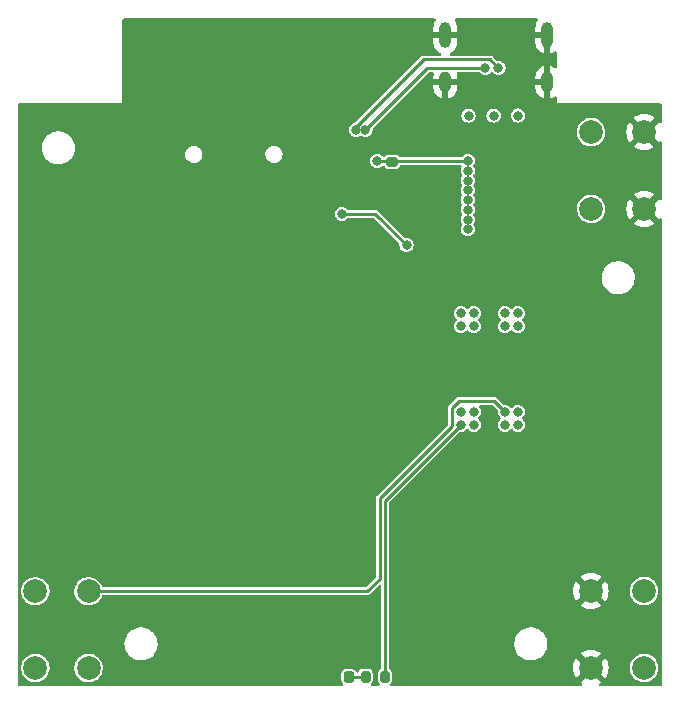
<source format=gbr>
%TF.GenerationSoftware,KiCad,Pcbnew,(6.0.11)*%
%TF.CreationDate,2023-04-24T21:00:32-04:00*%
%TF.ProjectId,GC Nano Top,4743204e-616e-46f2-9054-6f702e6b6963,rev?*%
%TF.SameCoordinates,Original*%
%TF.FileFunction,Copper,L2,Bot*%
%TF.FilePolarity,Positive*%
%FSLAX46Y46*%
G04 Gerber Fmt 4.6, Leading zero omitted, Abs format (unit mm)*
G04 Created by KiCad (PCBNEW (6.0.11)) date 2023-04-24 21:00:32*
%MOMM*%
%LPD*%
G01*
G04 APERTURE LIST*
G04 Aperture macros list*
%AMRoundRect*
0 Rectangle with rounded corners*
0 $1 Rounding radius*
0 $2 $3 $4 $5 $6 $7 $8 $9 X,Y pos of 4 corners*
0 Add a 4 corners polygon primitive as box body*
4,1,4,$2,$3,$4,$5,$6,$7,$8,$9,$2,$3,0*
0 Add four circle primitives for the rounded corners*
1,1,$1+$1,$2,$3*
1,1,$1+$1,$4,$5*
1,1,$1+$1,$6,$7*
1,1,$1+$1,$8,$9*
0 Add four rect primitives between the rounded corners*
20,1,$1+$1,$2,$3,$4,$5,0*
20,1,$1+$1,$4,$5,$6,$7,0*
20,1,$1+$1,$6,$7,$8,$9,0*
20,1,$1+$1,$8,$9,$2,$3,0*%
G04 Aperture macros list end*
%TA.AperFunction,SMDPad,CuDef*%
%ADD10RoundRect,0.200000X0.275000X-0.200000X0.275000X0.200000X-0.275000X0.200000X-0.275000X-0.200000X0*%
%TD*%
%TA.AperFunction,ComponentPad*%
%ADD11O,1.000000X2.200000*%
%TD*%
%TA.AperFunction,ComponentPad*%
%ADD12O,1.000000X1.800000*%
%TD*%
%TA.AperFunction,ComponentPad*%
%ADD13C,2.000000*%
%TD*%
%TA.AperFunction,SMDPad,CuDef*%
%ADD14RoundRect,0.200000X0.200000X0.275000X-0.200000X0.275000X-0.200000X-0.275000X0.200000X-0.275000X0*%
%TD*%
%TA.AperFunction,SMDPad,CuDef*%
%ADD15RoundRect,0.218750X-0.218750X-0.256250X0.218750X-0.256250X0.218750X0.256250X-0.218750X0.256250X0*%
%TD*%
%TA.AperFunction,ViaPad*%
%ADD16C,0.800000*%
%TD*%
%TA.AperFunction,Conductor*%
%ADD17C,0.250000*%
%TD*%
G04 APERTURE END LIST*
D10*
%TO.P,R6,1*%
%TO.N,GND*%
X165250000Y-48825000D03*
%TO.P,R6,2*%
%TO.N,5V_SW*%
X165250000Y-47175000D03*
%TD*%
D11*
%TO.P,J1,13*%
%TO.N,GND*%
X178395000Y-36453199D03*
%TO.P,J1,14*%
X169755000Y-36453199D03*
D12*
%TO.P,J1,15*%
X178395000Y-40453200D03*
%TO.P,J1,16*%
X169755000Y-40453200D03*
%TD*%
D13*
%TO.P,SW3,1,1*%
%TO.N,GND*%
X182075000Y-83525000D03*
X182075000Y-90025000D03*
%TO.P,SW3,2,2*%
%TO.N,N/C*%
X186575000Y-90025000D03*
%TO.N,Net-(SW3-Pad2)*%
X186575000Y-83525000D03*
%TD*%
D14*
%TO.P,R5,1*%
%TO.N,5V_SW*%
X164655000Y-90775000D03*
%TO.P,R5,2*%
%TO.N,Net-(D2-Pad2)*%
X163005000Y-90775000D03*
%TD*%
D13*
%TO.P,SW1,1,1*%
%TO.N,GND*%
X186600000Y-51175000D03*
X186600000Y-44675000D03*
%TO.P,SW1,2,2*%
%TO.N,N/C*%
X182100000Y-44675000D03*
%TO.N,Net-(SW1-Pad2)*%
X182100000Y-51175000D03*
%TD*%
%TO.P,SW2,1,1*%
%TO.N,3V3*%
X139550000Y-83550000D03*
%TO.N,N/C*%
X139550000Y-90050000D03*
%TO.P,SW2,2,2*%
%TO.N,Net-(SW2-Pad2)*%
X135050000Y-83550000D03*
%TO.N,N/C*%
X135050000Y-90050000D03*
%TD*%
D15*
%TO.P,D2,1,K*%
%TO.N,GND*%
X160017500Y-90775000D03*
%TO.P,D2,2,A*%
%TO.N,Net-(D2-Pad2)*%
X161592500Y-90775000D03*
%TD*%
D16*
%TO.N,GND*%
X179625000Y-60000000D03*
X169525000Y-48925000D03*
X163100000Y-48000000D03*
X158750000Y-90775000D03*
X179625000Y-47150000D03*
X166250000Y-43475000D03*
X179625000Y-68350000D03*
X169500000Y-42900000D03*
X167750000Y-43475000D03*
X175050000Y-48350000D03*
X169525000Y-50450000D03*
X175075000Y-51575000D03*
X178525000Y-68350000D03*
X160250000Y-58000000D03*
X173825000Y-47050000D03*
X180025000Y-52675000D03*
X179625000Y-61100000D03*
X178525000Y-60000000D03*
X163000000Y-58000000D03*
X164675000Y-54250000D03*
X173850000Y-49875000D03*
X178525000Y-69450000D03*
X164600000Y-51350000D03*
X178525000Y-61100000D03*
X154025000Y-56250000D03*
X155525000Y-56225000D03*
X179625000Y-69450000D03*
X168625000Y-46150000D03*
X179650000Y-48650000D03*
%TO.N,5V_IN*%
X173850000Y-43275000D03*
X175900000Y-43275000D03*
X171725000Y-43275000D03*
%TO.N,D+C*%
X173150000Y-39250000D03*
X163000000Y-44475000D03*
%TO.N,D-C*%
X162175000Y-44475000D03*
X174250000Y-39225000D03*
%TO.N,5V_SW*%
X171075000Y-68350000D03*
X172175000Y-68350000D03*
X164000000Y-47125000D03*
X171650000Y-48775000D03*
X171650000Y-47950000D03*
X171650000Y-50425000D03*
X171650000Y-47125000D03*
X172175000Y-61100000D03*
X171650000Y-52900000D03*
X172175000Y-69450000D03*
X171075000Y-60000000D03*
X171075000Y-61100000D03*
X172175000Y-60000000D03*
X171075000Y-69450000D03*
X171650000Y-52075000D03*
X171650000Y-51250000D03*
X171650000Y-49600000D03*
%TO.N,Net-(R3-Pad1)*%
X161000000Y-51600000D03*
X166475000Y-54250000D03*
%TO.N,3V3*%
X174800000Y-60000000D03*
X174800000Y-61100000D03*
X175900000Y-69450000D03*
X175900000Y-68350000D03*
X175900000Y-60000000D03*
X174800000Y-68350000D03*
X175900000Y-61100000D03*
X174800000Y-69450000D03*
%TD*%
D17*
%TO.N,Net-(D2-Pad2)*%
X161592500Y-90775000D02*
X163005000Y-90775000D01*
%TO.N,D+C*%
X173128200Y-39228200D02*
X173150000Y-39250000D01*
X168246800Y-39228200D02*
X173128200Y-39228200D01*
X163000000Y-44475000D02*
X168246800Y-39228200D01*
%TO.N,D-C*%
X173550000Y-38525000D02*
X174250000Y-39225000D01*
X162175000Y-44475000D02*
X162175000Y-44274695D01*
X162175000Y-44274695D02*
X167924695Y-38525000D01*
X167924695Y-38525000D02*
X173550000Y-38525000D01*
%TO.N,5V_SW*%
X164655000Y-75870000D02*
X171075000Y-69450000D01*
X164655000Y-90775000D02*
X164655000Y-75870000D01*
X164000000Y-47125000D02*
X171650000Y-47125000D01*
%TO.N,Net-(R3-Pad1)*%
X163825000Y-51600000D02*
X161000000Y-51600000D01*
X166475000Y-54250000D02*
X163825000Y-51600000D01*
%TO.N,3V3*%
X139550000Y-83550000D02*
X163150000Y-83550000D01*
X170325000Y-69563604D02*
X170325000Y-68025000D01*
X173900000Y-67450000D02*
X174800000Y-68350000D01*
X170900000Y-67450000D02*
X173900000Y-67450000D01*
X164200000Y-75688604D02*
X170325000Y-69563604D01*
X164200000Y-82500000D02*
X164200000Y-75688604D01*
X170325000Y-68025000D02*
X170900000Y-67450000D01*
X163150000Y-83550000D02*
X164200000Y-82500000D01*
%TD*%
%TA.AperFunction,Conductor*%
%TO.N,GND*%
G36*
X168910551Y-35070502D02*
G01*
X168957044Y-35124158D01*
X168967148Y-35194432D01*
X168938952Y-35257490D01*
X168923226Y-35276232D01*
X168916292Y-35286358D01*
X168826998Y-35448784D01*
X168822166Y-35460057D01*
X168766120Y-35636737D01*
X168763570Y-35648731D01*
X168747393Y-35792960D01*
X168747000Y-35799984D01*
X168747000Y-36181084D01*
X168751475Y-36196323D01*
X168752865Y-36197528D01*
X168760548Y-36199199D01*
X170744885Y-36199199D01*
X170760124Y-36194724D01*
X170761329Y-36193334D01*
X170763000Y-36185651D01*
X170763000Y-35806542D01*
X170762699Y-35800394D01*
X170749188Y-35662596D01*
X170746805Y-35650561D01*
X170693233Y-35473123D01*
X170688559Y-35461783D01*
X170601540Y-35298122D01*
X170594748Y-35287899D01*
X170568842Y-35256135D01*
X170541288Y-35190703D01*
X170553484Y-35120762D01*
X170601557Y-35068517D01*
X170666485Y-35050500D01*
X177482430Y-35050500D01*
X177550551Y-35070502D01*
X177597044Y-35124158D01*
X177607148Y-35194432D01*
X177578952Y-35257490D01*
X177563226Y-35276232D01*
X177556292Y-35286358D01*
X177466998Y-35448784D01*
X177462166Y-35460057D01*
X177406120Y-35636737D01*
X177403570Y-35648731D01*
X177387393Y-35792960D01*
X177387000Y-35799984D01*
X177387000Y-36181084D01*
X177391475Y-36196323D01*
X177392865Y-36197528D01*
X177400548Y-36199199D01*
X178523000Y-36199199D01*
X178591121Y-36219201D01*
X178637614Y-36272857D01*
X178649000Y-36325199D01*
X178649000Y-38011123D01*
X178652973Y-38024654D01*
X178660768Y-38025774D01*
X178768521Y-37994061D01*
X178779889Y-37989468D01*
X178944154Y-37903592D01*
X178954415Y-37896878D01*
X179019548Y-37844510D01*
X179085171Y-37817414D01*
X179155025Y-37830098D01*
X179206933Y-37878534D01*
X179224500Y-37942707D01*
X179224500Y-39163384D01*
X179204498Y-39231505D01*
X179150842Y-39277998D01*
X179080568Y-39288102D01*
X179018184Y-39260468D01*
X178966145Y-39217417D01*
X178955973Y-39210556D01*
X178792924Y-39122396D01*
X178781619Y-39117644D01*
X178666308Y-39081950D01*
X178652205Y-39081744D01*
X178649000Y-39088499D01*
X178649000Y-41811124D01*
X178652973Y-41824655D01*
X178660768Y-41825775D01*
X178768521Y-41794062D01*
X178779889Y-41789469D01*
X178944154Y-41703593D01*
X178954415Y-41696879D01*
X179019548Y-41644511D01*
X179085171Y-41617415D01*
X179155025Y-41630099D01*
X179206933Y-41678535D01*
X179224500Y-41742708D01*
X179224500Y-42182654D01*
X179234338Y-42196195D01*
X179239510Y-42212112D01*
X179253050Y-42221950D01*
X179262888Y-42235490D01*
X179278805Y-42240662D01*
X179292346Y-42250500D01*
X187973500Y-42250500D01*
X188041621Y-42270502D01*
X188088114Y-42324158D01*
X188099500Y-42376500D01*
X188099500Y-43789068D01*
X188079498Y-43857189D01*
X188025842Y-43903682D01*
X187955568Y-43913786D01*
X187890988Y-43884292D01*
X187866068Y-43854903D01*
X187842568Y-43816555D01*
X187832110Y-43807093D01*
X187823334Y-43810876D01*
X186972022Y-44662188D01*
X186964408Y-44676132D01*
X186964539Y-44677965D01*
X186968790Y-44684580D01*
X187820290Y-45536080D01*
X187832670Y-45542840D01*
X187840320Y-45537113D01*
X187866068Y-45495097D01*
X187918715Y-45447465D01*
X187988757Y-45435859D01*
X188053954Y-45463963D01*
X188093608Y-45522853D01*
X188099500Y-45560932D01*
X188099500Y-50289068D01*
X188079498Y-50357189D01*
X188025842Y-50403682D01*
X187955568Y-50413786D01*
X187890988Y-50384292D01*
X187866068Y-50354903D01*
X187842568Y-50316555D01*
X187832110Y-50307093D01*
X187823334Y-50310876D01*
X186972022Y-51162188D01*
X186964408Y-51176132D01*
X186964539Y-51177965D01*
X186968790Y-51184580D01*
X187820290Y-52036080D01*
X187832670Y-52042840D01*
X187840320Y-52037113D01*
X187866068Y-51995097D01*
X187918715Y-51947465D01*
X187988757Y-51935859D01*
X188053954Y-51963963D01*
X188093608Y-52022853D01*
X188099500Y-52060932D01*
X188099500Y-91423500D01*
X188079498Y-91491621D01*
X188025842Y-91538114D01*
X187973500Y-91549500D01*
X182920136Y-91549500D01*
X182852015Y-91529498D01*
X182805522Y-91475842D01*
X182795418Y-91405568D01*
X182824912Y-91340988D01*
X182854301Y-91316068D01*
X182933445Y-91267568D01*
X182942907Y-91257110D01*
X182939124Y-91248334D01*
X182087812Y-90397022D01*
X182073868Y-90389408D01*
X182072035Y-90389539D01*
X182065420Y-90393790D01*
X181213920Y-91245290D01*
X181207160Y-91257670D01*
X181212887Y-91265320D01*
X181295699Y-91316068D01*
X181343330Y-91368715D01*
X181354937Y-91438757D01*
X181326834Y-91503954D01*
X181267943Y-91543608D01*
X181229864Y-91549500D01*
X165226082Y-91549500D01*
X165157961Y-91529498D01*
X165111468Y-91475842D01*
X165101364Y-91405568D01*
X165130858Y-91340988D01*
X165136987Y-91334405D01*
X165183050Y-91288342D01*
X165240646Y-91175304D01*
X165244431Y-91151410D01*
X165251570Y-91106330D01*
X165255500Y-91081519D01*
X165255499Y-90468482D01*
X165252074Y-90446857D01*
X165242198Y-90384494D01*
X165242197Y-90384492D01*
X165240646Y-90374696D01*
X165183050Y-90261658D01*
X165093342Y-90171950D01*
X165049297Y-90149508D01*
X164997682Y-90100760D01*
X164980500Y-90037241D01*
X164980500Y-90029930D01*
X180562725Y-90029930D01*
X180580572Y-90256699D01*
X180582115Y-90266446D01*
X180635217Y-90487627D01*
X180638266Y-90497012D01*
X180725313Y-90707163D01*
X180729795Y-90715958D01*
X180832432Y-90883445D01*
X180842890Y-90892907D01*
X180851666Y-90889124D01*
X181702978Y-90037812D01*
X181709356Y-90026132D01*
X182439408Y-90026132D01*
X182439539Y-90027965D01*
X182443790Y-90034580D01*
X183295290Y-90886080D01*
X183307670Y-90892840D01*
X183315320Y-90887113D01*
X183420205Y-90715958D01*
X183424687Y-90707163D01*
X183511734Y-90497012D01*
X183514783Y-90487627D01*
X183567885Y-90266446D01*
X183569428Y-90256699D01*
X183587275Y-90029930D01*
X183587275Y-90020070D01*
X183585179Y-89993440D01*
X185369770Y-89993440D01*
X185384200Y-90213604D01*
X185385621Y-90219200D01*
X185385622Y-90219205D01*
X185426141Y-90378746D01*
X185438511Y-90427452D01*
X185440928Y-90432694D01*
X185440928Y-90432695D01*
X185479046Y-90515379D01*
X185530883Y-90627821D01*
X185658222Y-90808002D01*
X185816264Y-90961961D01*
X185821060Y-90965166D01*
X185821063Y-90965168D01*
X185905261Y-91021427D01*
X185999717Y-91084540D01*
X186005020Y-91086818D01*
X186005023Y-91086820D01*
X186197129Y-91169355D01*
X186202436Y-91171635D01*
X186282088Y-91189658D01*
X186411995Y-91219054D01*
X186412001Y-91219055D01*
X186417632Y-91220329D01*
X186423403Y-91220556D01*
X186423405Y-91220556D01*
X186489687Y-91223160D01*
X186638098Y-91228991D01*
X186747275Y-91213161D01*
X186850738Y-91198160D01*
X186850743Y-91198159D01*
X186856452Y-91197331D01*
X186861916Y-91195476D01*
X186861921Y-91195475D01*
X187059907Y-91128268D01*
X187059912Y-91128266D01*
X187065379Y-91126410D01*
X187076940Y-91119936D01*
X187219839Y-91039908D01*
X187257884Y-91018602D01*
X187427518Y-90877518D01*
X187489256Y-90803287D01*
X187564908Y-90712326D01*
X187564910Y-90712323D01*
X187568602Y-90707884D01*
X187676410Y-90515379D01*
X187678266Y-90509912D01*
X187678268Y-90509907D01*
X187745475Y-90311921D01*
X187745476Y-90311916D01*
X187747331Y-90306452D01*
X187748159Y-90300743D01*
X187748160Y-90300738D01*
X187770087Y-90149508D01*
X187778991Y-90088098D01*
X187780643Y-90025000D01*
X187760454Y-89805289D01*
X187700565Y-89592936D01*
X187602980Y-89395053D01*
X187569735Y-89350532D01*
X187474420Y-89222891D01*
X187474420Y-89222890D01*
X187470967Y-89218267D01*
X187373586Y-89128249D01*
X187313189Y-89072418D01*
X187313186Y-89072416D01*
X187308949Y-89068499D01*
X187122350Y-88950764D01*
X186917421Y-88869006D01*
X186911761Y-88867880D01*
X186911757Y-88867879D01*
X186706691Y-88827089D01*
X186706688Y-88827089D01*
X186701024Y-88825962D01*
X186695249Y-88825886D01*
X186695245Y-88825886D01*
X186584504Y-88824437D01*
X186480406Y-88823074D01*
X186474709Y-88824053D01*
X186474708Y-88824053D01*
X186268654Y-88859459D01*
X186268653Y-88859459D01*
X186262957Y-88860438D01*
X186055957Y-88936804D01*
X186050996Y-88939756D01*
X186050995Y-88939756D01*
X185968999Y-88988539D01*
X185866341Y-89049614D01*
X185700457Y-89195090D01*
X185563863Y-89368360D01*
X185461131Y-89563620D01*
X185395703Y-89774333D01*
X185369770Y-89993440D01*
X183585179Y-89993440D01*
X183569428Y-89793301D01*
X183567885Y-89783554D01*
X183514783Y-89562373D01*
X183511734Y-89552988D01*
X183424687Y-89342837D01*
X183420205Y-89334042D01*
X183317568Y-89166555D01*
X183307110Y-89157093D01*
X183298334Y-89160876D01*
X182447022Y-90012188D01*
X182439408Y-90026132D01*
X181709356Y-90026132D01*
X181710592Y-90023868D01*
X181710461Y-90022035D01*
X181706210Y-90015420D01*
X180854710Y-89163920D01*
X180842330Y-89157160D01*
X180834680Y-89162887D01*
X180729795Y-89334042D01*
X180725313Y-89342837D01*
X180638266Y-89552988D01*
X180635217Y-89562373D01*
X180582115Y-89783554D01*
X180580572Y-89793301D01*
X180562725Y-90020070D01*
X180562725Y-90029930D01*
X164980500Y-90029930D01*
X164980500Y-87965665D01*
X175595119Y-87965665D01*
X175595288Y-87968601D01*
X175608376Y-88195580D01*
X175609513Y-88200626D01*
X175609514Y-88200632D01*
X175631226Y-88296975D01*
X175659006Y-88420242D01*
X175660948Y-88425024D01*
X175660949Y-88425028D01*
X175743705Y-88628831D01*
X175745649Y-88633618D01*
X175865979Y-88829978D01*
X176016763Y-89004048D01*
X176193953Y-89151154D01*
X176392790Y-89267345D01*
X176607934Y-89349501D01*
X176613000Y-89350532D01*
X176613001Y-89350532D01*
X176678335Y-89363824D01*
X176833607Y-89395414D01*
X176963352Y-89400172D01*
X177058585Y-89403664D01*
X177058589Y-89403664D01*
X177063749Y-89403853D01*
X177068869Y-89403197D01*
X177068871Y-89403197D01*
X177145661Y-89393360D01*
X177292178Y-89374591D01*
X177297126Y-89373106D01*
X177297133Y-89373105D01*
X177507811Y-89309898D01*
X177507810Y-89309898D01*
X177512761Y-89308413D01*
X177719574Y-89207096D01*
X177907062Y-89073363D01*
X178070190Y-88910803D01*
X178128269Y-88829978D01*
X178154919Y-88792890D01*
X181207093Y-88792890D01*
X181210876Y-88801666D01*
X182062188Y-89652978D01*
X182076132Y-89660592D01*
X182077965Y-89660461D01*
X182084580Y-89656210D01*
X182936080Y-88804710D01*
X182942840Y-88792330D01*
X182937113Y-88784680D01*
X182765958Y-88679795D01*
X182757163Y-88675313D01*
X182547012Y-88588266D01*
X182537627Y-88585217D01*
X182316446Y-88532115D01*
X182306699Y-88530572D01*
X182079930Y-88512725D01*
X182070070Y-88512725D01*
X181843301Y-88530572D01*
X181833554Y-88532115D01*
X181612373Y-88585217D01*
X181602988Y-88588266D01*
X181392837Y-88675313D01*
X181384042Y-88679795D01*
X181216555Y-88782432D01*
X181207093Y-88792890D01*
X178154919Y-88792890D01*
X178201559Y-88727983D01*
X178204577Y-88723783D01*
X178226511Y-88679404D01*
X178304321Y-88521966D01*
X178306615Y-88517325D01*
X178342140Y-88400401D01*
X178372059Y-88301927D01*
X178372060Y-88301921D01*
X178373563Y-88296975D01*
X178403622Y-88068649D01*
X178405300Y-88000000D01*
X178386430Y-87770478D01*
X178330326Y-87547120D01*
X178276750Y-87423903D01*
X178240556Y-87340661D01*
X178240554Y-87340658D01*
X178238496Y-87335924D01*
X178161964Y-87217624D01*
X178116215Y-87146906D01*
X178116213Y-87146903D01*
X178113405Y-87142563D01*
X178092774Y-87119889D01*
X177961890Y-86976051D01*
X177961889Y-86976050D01*
X177958412Y-86972229D01*
X177954361Y-86969030D01*
X177954357Y-86969026D01*
X177781735Y-86832697D01*
X177781730Y-86832693D01*
X177777681Y-86829496D01*
X177773165Y-86827003D01*
X177773162Y-86827001D01*
X177580589Y-86720695D01*
X177580585Y-86720693D01*
X177576065Y-86718198D01*
X177571196Y-86716474D01*
X177571192Y-86716472D01*
X177363853Y-86643049D01*
X177363849Y-86643048D01*
X177358978Y-86641323D01*
X177353885Y-86640416D01*
X177353882Y-86640415D01*
X177257707Y-86623284D01*
X177132250Y-86600937D01*
X177045802Y-86599881D01*
X176907141Y-86598186D01*
X176907139Y-86598186D01*
X176901971Y-86598123D01*
X176674325Y-86632958D01*
X176455424Y-86704506D01*
X176251149Y-86810845D01*
X176066984Y-86949119D01*
X175907877Y-87115616D01*
X175778099Y-87305863D01*
X175775923Y-87310552D01*
X175775919Y-87310558D01*
X175683315Y-87510057D01*
X175681136Y-87514752D01*
X175619592Y-87736673D01*
X175595119Y-87965665D01*
X164980500Y-87965665D01*
X164980500Y-84757670D01*
X181207160Y-84757670D01*
X181212887Y-84765320D01*
X181384042Y-84870205D01*
X181392837Y-84874687D01*
X181602988Y-84961734D01*
X181612373Y-84964783D01*
X181833554Y-85017885D01*
X181843301Y-85019428D01*
X182070070Y-85037275D01*
X182079930Y-85037275D01*
X182306699Y-85019428D01*
X182316446Y-85017885D01*
X182537627Y-84964783D01*
X182547012Y-84961734D01*
X182757163Y-84874687D01*
X182765958Y-84870205D01*
X182933445Y-84767568D01*
X182942907Y-84757110D01*
X182939124Y-84748334D01*
X182087812Y-83897022D01*
X182073868Y-83889408D01*
X182072035Y-83889539D01*
X182065420Y-83893790D01*
X181213920Y-84745290D01*
X181207160Y-84757670D01*
X164980500Y-84757670D01*
X164980500Y-83529930D01*
X180562725Y-83529930D01*
X180580572Y-83756699D01*
X180582115Y-83766446D01*
X180635217Y-83987627D01*
X180638266Y-83997012D01*
X180725313Y-84207163D01*
X180729795Y-84215958D01*
X180832432Y-84383445D01*
X180842890Y-84392907D01*
X180851666Y-84389124D01*
X181702978Y-83537812D01*
X181709356Y-83526132D01*
X182439408Y-83526132D01*
X182439539Y-83527965D01*
X182443790Y-83534580D01*
X183295290Y-84386080D01*
X183307670Y-84392840D01*
X183315320Y-84387113D01*
X183420205Y-84215958D01*
X183424687Y-84207163D01*
X183511734Y-83997012D01*
X183514783Y-83987627D01*
X183567885Y-83766446D01*
X183569428Y-83756699D01*
X183587275Y-83529930D01*
X183587275Y-83520070D01*
X183585179Y-83493440D01*
X185369770Y-83493440D01*
X185384200Y-83713604D01*
X185385621Y-83719200D01*
X185385622Y-83719205D01*
X185426273Y-83879264D01*
X185438511Y-83927452D01*
X185440928Y-83932694D01*
X185440928Y-83932695D01*
X185479046Y-84015379D01*
X185530883Y-84127821D01*
X185658222Y-84308002D01*
X185816264Y-84461961D01*
X185821060Y-84465166D01*
X185821063Y-84465168D01*
X185905261Y-84521427D01*
X185999717Y-84584540D01*
X186005020Y-84586818D01*
X186005023Y-84586820D01*
X186197129Y-84669355D01*
X186202436Y-84671635D01*
X186282088Y-84689658D01*
X186411995Y-84719054D01*
X186412001Y-84719055D01*
X186417632Y-84720329D01*
X186423403Y-84720556D01*
X186423405Y-84720556D01*
X186489687Y-84723160D01*
X186638098Y-84728991D01*
X186747275Y-84713161D01*
X186850738Y-84698160D01*
X186850743Y-84698159D01*
X186856452Y-84697331D01*
X186861916Y-84695476D01*
X186861921Y-84695475D01*
X187059907Y-84628268D01*
X187059912Y-84628266D01*
X187065379Y-84626410D01*
X187091432Y-84611820D01*
X187219839Y-84539908D01*
X187257884Y-84518602D01*
X187427518Y-84377518D01*
X187489256Y-84303287D01*
X187564908Y-84212326D01*
X187564910Y-84212323D01*
X187568602Y-84207884D01*
X187676410Y-84015379D01*
X187678266Y-84009912D01*
X187678268Y-84009907D01*
X187745475Y-83811921D01*
X187745476Y-83811916D01*
X187747331Y-83806452D01*
X187748159Y-83800743D01*
X187748160Y-83800738D01*
X187778458Y-83591772D01*
X187778991Y-83588098D01*
X187780643Y-83525000D01*
X187760454Y-83305289D01*
X187700565Y-83092936D01*
X187602980Y-82895053D01*
X187489636Y-82743267D01*
X187474420Y-82722891D01*
X187474420Y-82722890D01*
X187470967Y-82718267D01*
X187373586Y-82628249D01*
X187313189Y-82572418D01*
X187313186Y-82572416D01*
X187308949Y-82568499D01*
X187122350Y-82450764D01*
X186917421Y-82369006D01*
X186911761Y-82367880D01*
X186911757Y-82367879D01*
X186706691Y-82327089D01*
X186706688Y-82327089D01*
X186701024Y-82325962D01*
X186695249Y-82325886D01*
X186695245Y-82325886D01*
X186584504Y-82324437D01*
X186480406Y-82323074D01*
X186474709Y-82324053D01*
X186474708Y-82324053D01*
X186268654Y-82359459D01*
X186268653Y-82359459D01*
X186262957Y-82360438D01*
X186055957Y-82436804D01*
X186050996Y-82439756D01*
X186050995Y-82439756D01*
X185985293Y-82478845D01*
X185866341Y-82549614D01*
X185700457Y-82695090D01*
X185563863Y-82868360D01*
X185461131Y-83063620D01*
X185395703Y-83274333D01*
X185369770Y-83493440D01*
X183585179Y-83493440D01*
X183569428Y-83293301D01*
X183567885Y-83283554D01*
X183514783Y-83062373D01*
X183511734Y-83052988D01*
X183424687Y-82842837D01*
X183420205Y-82834042D01*
X183317568Y-82666555D01*
X183307110Y-82657093D01*
X183298334Y-82660876D01*
X182447022Y-83512188D01*
X182439408Y-83526132D01*
X181709356Y-83526132D01*
X181710592Y-83523868D01*
X181710461Y-83522035D01*
X181706210Y-83515420D01*
X180854710Y-82663920D01*
X180842330Y-82657160D01*
X180834680Y-82662887D01*
X180729795Y-82834042D01*
X180725313Y-82842837D01*
X180638266Y-83052988D01*
X180635217Y-83062373D01*
X180582115Y-83283554D01*
X180580572Y-83293301D01*
X180562725Y-83520070D01*
X180562725Y-83529930D01*
X164980500Y-83529930D01*
X164980500Y-82292890D01*
X181207093Y-82292890D01*
X181210876Y-82301666D01*
X182062188Y-83152978D01*
X182076132Y-83160592D01*
X182077965Y-83160461D01*
X182084580Y-83156210D01*
X182936080Y-82304710D01*
X182942840Y-82292330D01*
X182937113Y-82284680D01*
X182765958Y-82179795D01*
X182757163Y-82175313D01*
X182547012Y-82088266D01*
X182537627Y-82085217D01*
X182316446Y-82032115D01*
X182306699Y-82030572D01*
X182079930Y-82012725D01*
X182070070Y-82012725D01*
X181843301Y-82030572D01*
X181833554Y-82032115D01*
X181612373Y-82085217D01*
X181602988Y-82088266D01*
X181392837Y-82175313D01*
X181384042Y-82179795D01*
X181216555Y-82282432D01*
X181207093Y-82292890D01*
X164980500Y-82292890D01*
X164980500Y-76057016D01*
X165000502Y-75988895D01*
X165017405Y-75967921D01*
X170902617Y-70082709D01*
X170964929Y-70048683D01*
X171008157Y-70046882D01*
X171075000Y-70055682D01*
X171083188Y-70054604D01*
X171223574Y-70036122D01*
X171231762Y-70035044D01*
X171377841Y-69974536D01*
X171503282Y-69878282D01*
X171508305Y-69871736D01*
X171508308Y-69871733D01*
X171525037Y-69849931D01*
X171582375Y-69808063D01*
X171653246Y-69803841D01*
X171715149Y-69838605D01*
X171724963Y-69849931D01*
X171741692Y-69871733D01*
X171741695Y-69871736D01*
X171746718Y-69878282D01*
X171872159Y-69974536D01*
X172018238Y-70035044D01*
X172175000Y-70055682D01*
X172183188Y-70054604D01*
X172323574Y-70036122D01*
X172331762Y-70035044D01*
X172477841Y-69974536D01*
X172603282Y-69878282D01*
X172699536Y-69752841D01*
X172760044Y-69606762D01*
X172780682Y-69450000D01*
X172760044Y-69293238D01*
X172699536Y-69147159D01*
X172603282Y-69021718D01*
X172596736Y-69016695D01*
X172596733Y-69016692D01*
X172574931Y-68999963D01*
X172533063Y-68942625D01*
X172528841Y-68871754D01*
X172563605Y-68809851D01*
X172574931Y-68800037D01*
X172596733Y-68783308D01*
X172596736Y-68783305D01*
X172603282Y-68778282D01*
X172699536Y-68652841D01*
X172760044Y-68506762D01*
X172780682Y-68350000D01*
X172760044Y-68193238D01*
X172699536Y-68047159D01*
X172646625Y-67978204D01*
X172621025Y-67911984D01*
X172635290Y-67842435D01*
X172684891Y-67791639D01*
X172746588Y-67775500D01*
X173712983Y-67775500D01*
X173781104Y-67795502D01*
X173802079Y-67812405D01*
X174167292Y-68177619D01*
X174201317Y-68239931D01*
X174203118Y-68283158D01*
X174194318Y-68350000D01*
X174214956Y-68506762D01*
X174275464Y-68652841D01*
X174371718Y-68778282D01*
X174378264Y-68783305D01*
X174378267Y-68783308D01*
X174400069Y-68800037D01*
X174441937Y-68857375D01*
X174446159Y-68928246D01*
X174411395Y-68990149D01*
X174400069Y-68999963D01*
X174378267Y-69016692D01*
X174378264Y-69016695D01*
X174371718Y-69021718D01*
X174275464Y-69147159D01*
X174214956Y-69293238D01*
X174194318Y-69450000D01*
X174214956Y-69606762D01*
X174275464Y-69752841D01*
X174371718Y-69878282D01*
X174497159Y-69974536D01*
X174643238Y-70035044D01*
X174800000Y-70055682D01*
X174808188Y-70054604D01*
X174948574Y-70036122D01*
X174956762Y-70035044D01*
X175102841Y-69974536D01*
X175228282Y-69878282D01*
X175233305Y-69871736D01*
X175233308Y-69871733D01*
X175250037Y-69849931D01*
X175307375Y-69808063D01*
X175378246Y-69803841D01*
X175440149Y-69838605D01*
X175449963Y-69849931D01*
X175466692Y-69871733D01*
X175466695Y-69871736D01*
X175471718Y-69878282D01*
X175597159Y-69974536D01*
X175743238Y-70035044D01*
X175900000Y-70055682D01*
X175908188Y-70054604D01*
X176048574Y-70036122D01*
X176056762Y-70035044D01*
X176202841Y-69974536D01*
X176328282Y-69878282D01*
X176424536Y-69752841D01*
X176485044Y-69606762D01*
X176505682Y-69450000D01*
X176485044Y-69293238D01*
X176424536Y-69147159D01*
X176328282Y-69021718D01*
X176321736Y-69016695D01*
X176321733Y-69016692D01*
X176299931Y-68999963D01*
X176258063Y-68942625D01*
X176253841Y-68871754D01*
X176288605Y-68809851D01*
X176299931Y-68800037D01*
X176321733Y-68783308D01*
X176321736Y-68783305D01*
X176328282Y-68778282D01*
X176424536Y-68652841D01*
X176485044Y-68506762D01*
X176505682Y-68350000D01*
X176485044Y-68193238D01*
X176424536Y-68047159D01*
X176328282Y-67921718D01*
X176202841Y-67825464D01*
X176056762Y-67764956D01*
X175900000Y-67744318D01*
X175743238Y-67764956D01*
X175597159Y-67825464D01*
X175471718Y-67921718D01*
X175466695Y-67928264D01*
X175466692Y-67928267D01*
X175449963Y-67950069D01*
X175392625Y-67991937D01*
X175321754Y-67996159D01*
X175259851Y-67961395D01*
X175250037Y-67950069D01*
X175233308Y-67928267D01*
X175233305Y-67928264D01*
X175228282Y-67921718D01*
X175102841Y-67825464D01*
X174956762Y-67764956D01*
X174800000Y-67744318D01*
X174733159Y-67753118D01*
X174663011Y-67742179D01*
X174627618Y-67717291D01*
X174144114Y-67233787D01*
X174136688Y-67225684D01*
X174119540Y-67205249D01*
X174119539Y-67205248D01*
X174112455Y-67196806D01*
X174102911Y-67191296D01*
X174102910Y-67191295D01*
X174079815Y-67177961D01*
X174070544Y-67172055D01*
X174048715Y-67156770D01*
X174039684Y-67150446D01*
X174029034Y-67147592D01*
X174025866Y-67146115D01*
X174022590Y-67144923D01*
X174013045Y-67139412D01*
X173979301Y-67133462D01*
X173975942Y-67132870D01*
X173965215Y-67130492D01*
X173928807Y-67120736D01*
X173917822Y-67121697D01*
X173917820Y-67121697D01*
X173891272Y-67124020D01*
X173880290Y-67124500D01*
X170919710Y-67124500D01*
X170908728Y-67124020D01*
X170882180Y-67121697D01*
X170882178Y-67121697D01*
X170871193Y-67120736D01*
X170834785Y-67130492D01*
X170824058Y-67132870D01*
X170820699Y-67133462D01*
X170786955Y-67139412D01*
X170777410Y-67144923D01*
X170774134Y-67146115D01*
X170770966Y-67147592D01*
X170760316Y-67150446D01*
X170751285Y-67156770D01*
X170729456Y-67172055D01*
X170720185Y-67177961D01*
X170697094Y-67191293D01*
X170687545Y-67196806D01*
X170680459Y-67205251D01*
X170663315Y-67225682D01*
X170655889Y-67233785D01*
X170108785Y-67780889D01*
X170100681Y-67788316D01*
X170071806Y-67812545D01*
X170066293Y-67822094D01*
X170052961Y-67845185D01*
X170047055Y-67854456D01*
X170025446Y-67885316D01*
X170022592Y-67895966D01*
X170021115Y-67899134D01*
X170019923Y-67902410D01*
X170014412Y-67911955D01*
X170011536Y-67928267D01*
X170007870Y-67949058D01*
X170005492Y-67959785D01*
X169995736Y-67996193D01*
X169996697Y-68007178D01*
X169996697Y-68007180D01*
X169999020Y-68033728D01*
X169999500Y-68044710D01*
X169999500Y-69376588D01*
X169979498Y-69444709D01*
X169962595Y-69465683D01*
X163983785Y-75444493D01*
X163975681Y-75451920D01*
X163946806Y-75476149D01*
X163941293Y-75485698D01*
X163927961Y-75508789D01*
X163922055Y-75518060D01*
X163900446Y-75548920D01*
X163897592Y-75559570D01*
X163896115Y-75562738D01*
X163894923Y-75566014D01*
X163889412Y-75575559D01*
X163883462Y-75609303D01*
X163882870Y-75612662D01*
X163880492Y-75623389D01*
X163870736Y-75659797D01*
X163871697Y-75670782D01*
X163871697Y-75670784D01*
X163874020Y-75697332D01*
X163874500Y-75708314D01*
X163874500Y-82312982D01*
X163854498Y-82381103D01*
X163837596Y-82402077D01*
X163052079Y-83187595D01*
X162989766Y-83221620D01*
X162962983Y-83224500D01*
X140800998Y-83224500D01*
X140732877Y-83204498D01*
X140686384Y-83150842D01*
X140679732Y-83132710D01*
X140675565Y-83117936D01*
X140577980Y-82920053D01*
X140563181Y-82900234D01*
X140449420Y-82747891D01*
X140449420Y-82747890D01*
X140445967Y-82743267D01*
X140283949Y-82593499D01*
X140097350Y-82475764D01*
X139892421Y-82394006D01*
X139886761Y-82392880D01*
X139886757Y-82392879D01*
X139681691Y-82352089D01*
X139681688Y-82352089D01*
X139676024Y-82350962D01*
X139670249Y-82350886D01*
X139670245Y-82350886D01*
X139559504Y-82349437D01*
X139455406Y-82348074D01*
X139449709Y-82349053D01*
X139449708Y-82349053D01*
X139243654Y-82384459D01*
X139243653Y-82384459D01*
X139237957Y-82385438D01*
X139030957Y-82461804D01*
X138841341Y-82574614D01*
X138675457Y-82720090D01*
X138538863Y-82893360D01*
X138436131Y-83088620D01*
X138393939Y-83224500D01*
X138375603Y-83283554D01*
X138370703Y-83299333D01*
X138344770Y-83518440D01*
X138359200Y-83738604D01*
X138360621Y-83744200D01*
X138360622Y-83744205D01*
X138399433Y-83897022D01*
X138413511Y-83952452D01*
X138415928Y-83957694D01*
X138415928Y-83957695D01*
X138451525Y-84034910D01*
X138505883Y-84152821D01*
X138633222Y-84333002D01*
X138791264Y-84486961D01*
X138796060Y-84490166D01*
X138796063Y-84490168D01*
X138880261Y-84546427D01*
X138974717Y-84609540D01*
X138980020Y-84611818D01*
X138980023Y-84611820D01*
X139172129Y-84694355D01*
X139177436Y-84696635D01*
X139257088Y-84714658D01*
X139386995Y-84744054D01*
X139387001Y-84744055D01*
X139392632Y-84745329D01*
X139398403Y-84745556D01*
X139398405Y-84745556D01*
X139466211Y-84748220D01*
X139613098Y-84753991D01*
X139722275Y-84738161D01*
X139825738Y-84723160D01*
X139825743Y-84723159D01*
X139831452Y-84722331D01*
X139836916Y-84720476D01*
X139836921Y-84720475D01*
X140034907Y-84653268D01*
X140034912Y-84653266D01*
X140040379Y-84651410D01*
X140232884Y-84543602D01*
X140259547Y-84521427D01*
X140398086Y-84406204D01*
X140402518Y-84402518D01*
X140464256Y-84328287D01*
X140539908Y-84237326D01*
X140539910Y-84237323D01*
X140543602Y-84232884D01*
X140651410Y-84040379D01*
X140678357Y-83960997D01*
X140719193Y-83902922D01*
X140784946Y-83876144D01*
X140797669Y-83875500D01*
X163130290Y-83875500D01*
X163141272Y-83875980D01*
X163167820Y-83878303D01*
X163167822Y-83878303D01*
X163178807Y-83879264D01*
X163215215Y-83869508D01*
X163225942Y-83867130D01*
X163229301Y-83866538D01*
X163263045Y-83860588D01*
X163272590Y-83855077D01*
X163275866Y-83853885D01*
X163279034Y-83852408D01*
X163289684Y-83849554D01*
X163320544Y-83827945D01*
X163329815Y-83822039D01*
X163352906Y-83808707D01*
X163362455Y-83803194D01*
X163386679Y-83774325D01*
X163394106Y-83766220D01*
X164114405Y-83045922D01*
X164176717Y-83011897D01*
X164247533Y-83016962D01*
X164304368Y-83059509D01*
X164329179Y-83126029D01*
X164329500Y-83135018D01*
X164329500Y-90037241D01*
X164309498Y-90105362D01*
X164260703Y-90149508D01*
X164216658Y-90171950D01*
X164126950Y-90261658D01*
X164069354Y-90374696D01*
X164054500Y-90468481D01*
X164054501Y-91081518D01*
X164055276Y-91086409D01*
X164055276Y-91086412D01*
X164067314Y-91162420D01*
X164069354Y-91175304D01*
X164126950Y-91288342D01*
X164173013Y-91334405D01*
X164207039Y-91396717D01*
X164201974Y-91467532D01*
X164159427Y-91524368D01*
X164092907Y-91549179D01*
X164083918Y-91549500D01*
X163576082Y-91549500D01*
X163507961Y-91529498D01*
X163461468Y-91475842D01*
X163451364Y-91405568D01*
X163480858Y-91340988D01*
X163486987Y-91334405D01*
X163533050Y-91288342D01*
X163590646Y-91175304D01*
X163594431Y-91151410D01*
X163601570Y-91106330D01*
X163605500Y-91081519D01*
X163605499Y-90468482D01*
X163602074Y-90446857D01*
X163592198Y-90384494D01*
X163592197Y-90384492D01*
X163590646Y-90374696D01*
X163533050Y-90261658D01*
X163443342Y-90171950D01*
X163330304Y-90114354D01*
X163320515Y-90112804D01*
X163320513Y-90112803D01*
X163293151Y-90108470D01*
X163236519Y-90099500D01*
X163005047Y-90099500D01*
X162773482Y-90099501D01*
X162768589Y-90100276D01*
X162768588Y-90100276D01*
X162689494Y-90112802D01*
X162689492Y-90112803D01*
X162679696Y-90114354D01*
X162566658Y-90171950D01*
X162476950Y-90261658D01*
X162472450Y-90270489D01*
X162472449Y-90270491D01*
X162426137Y-90361383D01*
X162377388Y-90412998D01*
X162308473Y-90430064D01*
X162241272Y-90407163D01*
X162201603Y-90361383D01*
X162183441Y-90325738D01*
X162154658Y-90269249D01*
X162060751Y-90175342D01*
X161942420Y-90115049D01*
X161844246Y-90099500D01*
X161340754Y-90099500D01*
X161242580Y-90115049D01*
X161124249Y-90175342D01*
X161030342Y-90269249D01*
X160970049Y-90387580D01*
X160954500Y-90485754D01*
X160954500Y-91064246D01*
X160970049Y-91162420D01*
X161030342Y-91280751D01*
X161083996Y-91334405D01*
X161118022Y-91396717D01*
X161112957Y-91467532D01*
X161070410Y-91524368D01*
X161003890Y-91549179D01*
X160994901Y-91549500D01*
X133676500Y-91549500D01*
X133608379Y-91529498D01*
X133561886Y-91475842D01*
X133550500Y-91423500D01*
X133550500Y-90018440D01*
X133844770Y-90018440D01*
X133859200Y-90238604D01*
X133860621Y-90244200D01*
X133860622Y-90244205D01*
X133902009Y-90407163D01*
X133913511Y-90452452D01*
X133915928Y-90457694D01*
X133915928Y-90457695D01*
X133954046Y-90540379D01*
X134005883Y-90652821D01*
X134133222Y-90833002D01*
X134291264Y-90986961D01*
X134296060Y-90990166D01*
X134296063Y-90990168D01*
X134414251Y-91069138D01*
X134474717Y-91109540D01*
X134480020Y-91111818D01*
X134480023Y-91111820D01*
X134672129Y-91194355D01*
X134677436Y-91196635D01*
X134757088Y-91214658D01*
X134886995Y-91244054D01*
X134887001Y-91244055D01*
X134892632Y-91245329D01*
X134898403Y-91245556D01*
X134898405Y-91245556D01*
X134966211Y-91248220D01*
X135113098Y-91253991D01*
X135222275Y-91238161D01*
X135325738Y-91223160D01*
X135325743Y-91223159D01*
X135331452Y-91222331D01*
X135336916Y-91220476D01*
X135336921Y-91220475D01*
X135534907Y-91153268D01*
X135534912Y-91153266D01*
X135540379Y-91151410D01*
X135555688Y-91142837D01*
X135656441Y-91086412D01*
X135732884Y-91043602D01*
X135759547Y-91021427D01*
X135898086Y-90906204D01*
X135902518Y-90902518D01*
X135964256Y-90828287D01*
X136039908Y-90737326D01*
X136039910Y-90737323D01*
X136043602Y-90732884D01*
X136151410Y-90540379D01*
X136153266Y-90534912D01*
X136153268Y-90534907D01*
X136220475Y-90336921D01*
X136220476Y-90336916D01*
X136222331Y-90331452D01*
X136223159Y-90325743D01*
X136223160Y-90325738D01*
X136253458Y-90116772D01*
X136253991Y-90113098D01*
X136255643Y-90050000D01*
X136252743Y-90018440D01*
X138344770Y-90018440D01*
X138359200Y-90238604D01*
X138360621Y-90244200D01*
X138360622Y-90244205D01*
X138402009Y-90407163D01*
X138413511Y-90452452D01*
X138415928Y-90457694D01*
X138415928Y-90457695D01*
X138454046Y-90540379D01*
X138505883Y-90652821D01*
X138633222Y-90833002D01*
X138791264Y-90986961D01*
X138796060Y-90990166D01*
X138796063Y-90990168D01*
X138914251Y-91069138D01*
X138974717Y-91109540D01*
X138980020Y-91111818D01*
X138980023Y-91111820D01*
X139172129Y-91194355D01*
X139177436Y-91196635D01*
X139257088Y-91214658D01*
X139386995Y-91244054D01*
X139387001Y-91244055D01*
X139392632Y-91245329D01*
X139398403Y-91245556D01*
X139398405Y-91245556D01*
X139466211Y-91248220D01*
X139613098Y-91253991D01*
X139722275Y-91238161D01*
X139825738Y-91223160D01*
X139825743Y-91223159D01*
X139831452Y-91222331D01*
X139836916Y-91220476D01*
X139836921Y-91220475D01*
X140034907Y-91153268D01*
X140034912Y-91153266D01*
X140040379Y-91151410D01*
X140055688Y-91142837D01*
X140156441Y-91086412D01*
X140232884Y-91043602D01*
X140259547Y-91021427D01*
X140398086Y-90906204D01*
X140402518Y-90902518D01*
X140464256Y-90828287D01*
X140539908Y-90737326D01*
X140539910Y-90737323D01*
X140543602Y-90732884D01*
X140651410Y-90540379D01*
X140653266Y-90534912D01*
X140653268Y-90534907D01*
X140720475Y-90336921D01*
X140720476Y-90336916D01*
X140722331Y-90331452D01*
X140723159Y-90325743D01*
X140723160Y-90325738D01*
X140753458Y-90116772D01*
X140753991Y-90113098D01*
X140755643Y-90050000D01*
X140735454Y-89830289D01*
X140728404Y-89805289D01*
X140677134Y-89623500D01*
X140675565Y-89617936D01*
X140577980Y-89420053D01*
X140563181Y-89400234D01*
X140449420Y-89247891D01*
X140449420Y-89247890D01*
X140445967Y-89243267D01*
X140346320Y-89151154D01*
X140288189Y-89097418D01*
X140288186Y-89097416D01*
X140283949Y-89093499D01*
X140097350Y-88975764D01*
X139892421Y-88894006D01*
X139886761Y-88892880D01*
X139886757Y-88892879D01*
X139681691Y-88852089D01*
X139681688Y-88852089D01*
X139676024Y-88850962D01*
X139670249Y-88850886D01*
X139670245Y-88850886D01*
X139559504Y-88849437D01*
X139455406Y-88848074D01*
X139449709Y-88849053D01*
X139449708Y-88849053D01*
X139243654Y-88884459D01*
X139243653Y-88884459D01*
X139237957Y-88885438D01*
X139030957Y-88961804D01*
X139025996Y-88964756D01*
X139025995Y-88964756D01*
X138986020Y-88988539D01*
X138841341Y-89074614D01*
X138675457Y-89220090D01*
X138538863Y-89393360D01*
X138436131Y-89588620D01*
X138415144Y-89656210D01*
X138375603Y-89783554D01*
X138370703Y-89799333D01*
X138344770Y-90018440D01*
X136252743Y-90018440D01*
X136235454Y-89830289D01*
X136228404Y-89805289D01*
X136177134Y-89623500D01*
X136175565Y-89617936D01*
X136077980Y-89420053D01*
X136063181Y-89400234D01*
X135949420Y-89247891D01*
X135949420Y-89247890D01*
X135945967Y-89243267D01*
X135846320Y-89151154D01*
X135788189Y-89097418D01*
X135788186Y-89097416D01*
X135783949Y-89093499D01*
X135597350Y-88975764D01*
X135392421Y-88894006D01*
X135386761Y-88892880D01*
X135386757Y-88892879D01*
X135181691Y-88852089D01*
X135181688Y-88852089D01*
X135176024Y-88850962D01*
X135170249Y-88850886D01*
X135170245Y-88850886D01*
X135059504Y-88849437D01*
X134955406Y-88848074D01*
X134949709Y-88849053D01*
X134949708Y-88849053D01*
X134743654Y-88884459D01*
X134743653Y-88884459D01*
X134737957Y-88885438D01*
X134530957Y-88961804D01*
X134525996Y-88964756D01*
X134525995Y-88964756D01*
X134486020Y-88988539D01*
X134341341Y-89074614D01*
X134175457Y-89220090D01*
X134038863Y-89393360D01*
X133936131Y-89588620D01*
X133915144Y-89656210D01*
X133875603Y-89783554D01*
X133870703Y-89799333D01*
X133844770Y-90018440D01*
X133550500Y-90018440D01*
X133550500Y-87965665D01*
X142595119Y-87965665D01*
X142595288Y-87968601D01*
X142608376Y-88195580D01*
X142609513Y-88200626D01*
X142609514Y-88200632D01*
X142631226Y-88296975D01*
X142659006Y-88420242D01*
X142660948Y-88425024D01*
X142660949Y-88425028D01*
X142743705Y-88628831D01*
X142745649Y-88633618D01*
X142865979Y-88829978D01*
X143016763Y-89004048D01*
X143193953Y-89151154D01*
X143392790Y-89267345D01*
X143607934Y-89349501D01*
X143613000Y-89350532D01*
X143613001Y-89350532D01*
X143678335Y-89363824D01*
X143833607Y-89395414D01*
X143963352Y-89400172D01*
X144058585Y-89403664D01*
X144058589Y-89403664D01*
X144063749Y-89403853D01*
X144068869Y-89403197D01*
X144068871Y-89403197D01*
X144145661Y-89393360D01*
X144292178Y-89374591D01*
X144297126Y-89373106D01*
X144297133Y-89373105D01*
X144507811Y-89309898D01*
X144507810Y-89309898D01*
X144512761Y-89308413D01*
X144719574Y-89207096D01*
X144907062Y-89073363D01*
X145070190Y-88910803D01*
X145128269Y-88829978D01*
X145201559Y-88727983D01*
X145204577Y-88723783D01*
X145226511Y-88679404D01*
X145304321Y-88521966D01*
X145306615Y-88517325D01*
X145342140Y-88400401D01*
X145372059Y-88301927D01*
X145372060Y-88301921D01*
X145373563Y-88296975D01*
X145403622Y-88068649D01*
X145405300Y-88000000D01*
X145386430Y-87770478D01*
X145330326Y-87547120D01*
X145276750Y-87423903D01*
X145240556Y-87340661D01*
X145240554Y-87340658D01*
X145238496Y-87335924D01*
X145161964Y-87217624D01*
X145116215Y-87146906D01*
X145116213Y-87146903D01*
X145113405Y-87142563D01*
X145092774Y-87119889D01*
X144961890Y-86976051D01*
X144961889Y-86976050D01*
X144958412Y-86972229D01*
X144954361Y-86969030D01*
X144954357Y-86969026D01*
X144781735Y-86832697D01*
X144781730Y-86832693D01*
X144777681Y-86829496D01*
X144773165Y-86827003D01*
X144773162Y-86827001D01*
X144580589Y-86720695D01*
X144580585Y-86720693D01*
X144576065Y-86718198D01*
X144571196Y-86716474D01*
X144571192Y-86716472D01*
X144363853Y-86643049D01*
X144363849Y-86643048D01*
X144358978Y-86641323D01*
X144353885Y-86640416D01*
X144353882Y-86640415D01*
X144257707Y-86623284D01*
X144132250Y-86600937D01*
X144045802Y-86599881D01*
X143907141Y-86598186D01*
X143907139Y-86598186D01*
X143901971Y-86598123D01*
X143674325Y-86632958D01*
X143455424Y-86704506D01*
X143251149Y-86810845D01*
X143066984Y-86949119D01*
X142907877Y-87115616D01*
X142778099Y-87305863D01*
X142775923Y-87310552D01*
X142775919Y-87310558D01*
X142683315Y-87510057D01*
X142681136Y-87514752D01*
X142619592Y-87736673D01*
X142595119Y-87965665D01*
X133550500Y-87965665D01*
X133550500Y-83518440D01*
X133844770Y-83518440D01*
X133859200Y-83738604D01*
X133860621Y-83744200D01*
X133860622Y-83744205D01*
X133899433Y-83897022D01*
X133913511Y-83952452D01*
X133915928Y-83957694D01*
X133915928Y-83957695D01*
X133951525Y-84034910D01*
X134005883Y-84152821D01*
X134133222Y-84333002D01*
X134291264Y-84486961D01*
X134296060Y-84490166D01*
X134296063Y-84490168D01*
X134380261Y-84546427D01*
X134474717Y-84609540D01*
X134480020Y-84611818D01*
X134480023Y-84611820D01*
X134672129Y-84694355D01*
X134677436Y-84696635D01*
X134757088Y-84714658D01*
X134886995Y-84744054D01*
X134887001Y-84744055D01*
X134892632Y-84745329D01*
X134898403Y-84745556D01*
X134898405Y-84745556D01*
X134966211Y-84748220D01*
X135113098Y-84753991D01*
X135222275Y-84738161D01*
X135325738Y-84723160D01*
X135325743Y-84723159D01*
X135331452Y-84722331D01*
X135336916Y-84720476D01*
X135336921Y-84720475D01*
X135534907Y-84653268D01*
X135534912Y-84653266D01*
X135540379Y-84651410D01*
X135732884Y-84543602D01*
X135759547Y-84521427D01*
X135898086Y-84406204D01*
X135902518Y-84402518D01*
X135964256Y-84328287D01*
X136039908Y-84237326D01*
X136039910Y-84237323D01*
X136043602Y-84232884D01*
X136151410Y-84040379D01*
X136153266Y-84034912D01*
X136153268Y-84034907D01*
X136220475Y-83836921D01*
X136220476Y-83836916D01*
X136222331Y-83831452D01*
X136223159Y-83825743D01*
X136223160Y-83825738D01*
X136253458Y-83616772D01*
X136253991Y-83613098D01*
X136255643Y-83550000D01*
X136235454Y-83330289D01*
X136228404Y-83305289D01*
X136184845Y-83150842D01*
X136175565Y-83117936D01*
X136077980Y-82920053D01*
X136063181Y-82900234D01*
X135949420Y-82747891D01*
X135949420Y-82747890D01*
X135945967Y-82743267D01*
X135783949Y-82593499D01*
X135597350Y-82475764D01*
X135392421Y-82394006D01*
X135386761Y-82392880D01*
X135386757Y-82392879D01*
X135181691Y-82352089D01*
X135181688Y-82352089D01*
X135176024Y-82350962D01*
X135170249Y-82350886D01*
X135170245Y-82350886D01*
X135059504Y-82349437D01*
X134955406Y-82348074D01*
X134949709Y-82349053D01*
X134949708Y-82349053D01*
X134743654Y-82384459D01*
X134743653Y-82384459D01*
X134737957Y-82385438D01*
X134530957Y-82461804D01*
X134341341Y-82574614D01*
X134175457Y-82720090D01*
X134038863Y-82893360D01*
X133936131Y-83088620D01*
X133893939Y-83224500D01*
X133875603Y-83283554D01*
X133870703Y-83299333D01*
X133844770Y-83518440D01*
X133550500Y-83518440D01*
X133550500Y-61100000D01*
X170469318Y-61100000D01*
X170489956Y-61256762D01*
X170550464Y-61402841D01*
X170646718Y-61528282D01*
X170772159Y-61624536D01*
X170918238Y-61685044D01*
X171075000Y-61705682D01*
X171083188Y-61704604D01*
X171223574Y-61686122D01*
X171231762Y-61685044D01*
X171377841Y-61624536D01*
X171503282Y-61528282D01*
X171508305Y-61521736D01*
X171508308Y-61521733D01*
X171525037Y-61499931D01*
X171582375Y-61458063D01*
X171653246Y-61453841D01*
X171715149Y-61488605D01*
X171724963Y-61499931D01*
X171741692Y-61521733D01*
X171741695Y-61521736D01*
X171746718Y-61528282D01*
X171872159Y-61624536D01*
X172018238Y-61685044D01*
X172175000Y-61705682D01*
X172183188Y-61704604D01*
X172323574Y-61686122D01*
X172331762Y-61685044D01*
X172477841Y-61624536D01*
X172603282Y-61528282D01*
X172699536Y-61402841D01*
X172760044Y-61256762D01*
X172780682Y-61100000D01*
X174194318Y-61100000D01*
X174214956Y-61256762D01*
X174275464Y-61402841D01*
X174371718Y-61528282D01*
X174497159Y-61624536D01*
X174643238Y-61685044D01*
X174800000Y-61705682D01*
X174808188Y-61704604D01*
X174948574Y-61686122D01*
X174956762Y-61685044D01*
X175102841Y-61624536D01*
X175228282Y-61528282D01*
X175233305Y-61521736D01*
X175233308Y-61521733D01*
X175250037Y-61499931D01*
X175307375Y-61458063D01*
X175378246Y-61453841D01*
X175440149Y-61488605D01*
X175449963Y-61499931D01*
X175466692Y-61521733D01*
X175466695Y-61521736D01*
X175471718Y-61528282D01*
X175597159Y-61624536D01*
X175743238Y-61685044D01*
X175900000Y-61705682D01*
X175908188Y-61704604D01*
X176048574Y-61686122D01*
X176056762Y-61685044D01*
X176202841Y-61624536D01*
X176328282Y-61528282D01*
X176424536Y-61402841D01*
X176485044Y-61256762D01*
X176505682Y-61100000D01*
X176485044Y-60943238D01*
X176424536Y-60797159D01*
X176328282Y-60671718D01*
X176321736Y-60666695D01*
X176321733Y-60666692D01*
X176299931Y-60649963D01*
X176258063Y-60592625D01*
X176253841Y-60521754D01*
X176288605Y-60459851D01*
X176299931Y-60450037D01*
X176321733Y-60433308D01*
X176321736Y-60433305D01*
X176328282Y-60428282D01*
X176424536Y-60302841D01*
X176485044Y-60156762D01*
X176505682Y-60000000D01*
X176485044Y-59843238D01*
X176424536Y-59697159D01*
X176328282Y-59571718D01*
X176202841Y-59475464D01*
X176056762Y-59414956D01*
X175900000Y-59394318D01*
X175743238Y-59414956D01*
X175597159Y-59475464D01*
X175471718Y-59571718D01*
X175466695Y-59578264D01*
X175466692Y-59578267D01*
X175449963Y-59600069D01*
X175392625Y-59641937D01*
X175321754Y-59646159D01*
X175259851Y-59611395D01*
X175250037Y-59600069D01*
X175233308Y-59578267D01*
X175233305Y-59578264D01*
X175228282Y-59571718D01*
X175102841Y-59475464D01*
X174956762Y-59414956D01*
X174800000Y-59394318D01*
X174643238Y-59414956D01*
X174497159Y-59475464D01*
X174371718Y-59571718D01*
X174275464Y-59697159D01*
X174214956Y-59843238D01*
X174194318Y-60000000D01*
X174214956Y-60156762D01*
X174275464Y-60302841D01*
X174371718Y-60428282D01*
X174378264Y-60433305D01*
X174378267Y-60433308D01*
X174400069Y-60450037D01*
X174441937Y-60507375D01*
X174446159Y-60578246D01*
X174411395Y-60640149D01*
X174400069Y-60649963D01*
X174378267Y-60666692D01*
X174378264Y-60666695D01*
X174371718Y-60671718D01*
X174275464Y-60797159D01*
X174214956Y-60943238D01*
X174194318Y-61100000D01*
X172780682Y-61100000D01*
X172760044Y-60943238D01*
X172699536Y-60797159D01*
X172603282Y-60671718D01*
X172596736Y-60666695D01*
X172596733Y-60666692D01*
X172574931Y-60649963D01*
X172533063Y-60592625D01*
X172528841Y-60521754D01*
X172563605Y-60459851D01*
X172574931Y-60450037D01*
X172596733Y-60433308D01*
X172596736Y-60433305D01*
X172603282Y-60428282D01*
X172699536Y-60302841D01*
X172760044Y-60156762D01*
X172780682Y-60000000D01*
X172760044Y-59843238D01*
X172699536Y-59697159D01*
X172603282Y-59571718D01*
X172477841Y-59475464D01*
X172331762Y-59414956D01*
X172175000Y-59394318D01*
X172018238Y-59414956D01*
X171872159Y-59475464D01*
X171746718Y-59571718D01*
X171741695Y-59578264D01*
X171741692Y-59578267D01*
X171724963Y-59600069D01*
X171667625Y-59641937D01*
X171596754Y-59646159D01*
X171534851Y-59611395D01*
X171525037Y-59600069D01*
X171508308Y-59578267D01*
X171508305Y-59578264D01*
X171503282Y-59571718D01*
X171377841Y-59475464D01*
X171231762Y-59414956D01*
X171075000Y-59394318D01*
X170918238Y-59414956D01*
X170772159Y-59475464D01*
X170646718Y-59571718D01*
X170550464Y-59697159D01*
X170489956Y-59843238D01*
X170469318Y-60000000D01*
X170489956Y-60156762D01*
X170550464Y-60302841D01*
X170646718Y-60428282D01*
X170653264Y-60433305D01*
X170653267Y-60433308D01*
X170675069Y-60450037D01*
X170716937Y-60507375D01*
X170721159Y-60578246D01*
X170686395Y-60640149D01*
X170675069Y-60649963D01*
X170653267Y-60666692D01*
X170653264Y-60666695D01*
X170646718Y-60671718D01*
X170550464Y-60797159D01*
X170489956Y-60943238D01*
X170469318Y-61100000D01*
X133550500Y-61100000D01*
X133550500Y-56965665D01*
X182995119Y-56965665D01*
X182995288Y-56968601D01*
X183008376Y-57195580D01*
X183009513Y-57200626D01*
X183009514Y-57200632D01*
X183031226Y-57296975D01*
X183059006Y-57420242D01*
X183060948Y-57425024D01*
X183060949Y-57425028D01*
X183143705Y-57628831D01*
X183145649Y-57633618D01*
X183265979Y-57829978D01*
X183416763Y-58004048D01*
X183593953Y-58151154D01*
X183792790Y-58267345D01*
X184007934Y-58349501D01*
X184013000Y-58350532D01*
X184013001Y-58350532D01*
X184113697Y-58371018D01*
X184233607Y-58395414D01*
X184363352Y-58400172D01*
X184458585Y-58403664D01*
X184458589Y-58403664D01*
X184463749Y-58403853D01*
X184468869Y-58403197D01*
X184468871Y-58403197D01*
X184538272Y-58394307D01*
X184692178Y-58374591D01*
X184697126Y-58373106D01*
X184697133Y-58373105D01*
X184907811Y-58309898D01*
X184907810Y-58309898D01*
X184912761Y-58308413D01*
X185119574Y-58207096D01*
X185307062Y-58073363D01*
X185470190Y-57910803D01*
X185528269Y-57829978D01*
X185601559Y-57727983D01*
X185604577Y-57723783D01*
X185626511Y-57679404D01*
X185704321Y-57521966D01*
X185706615Y-57517325D01*
X185742140Y-57400401D01*
X185772059Y-57301927D01*
X185772060Y-57301921D01*
X185773563Y-57296975D01*
X185803622Y-57068649D01*
X185805300Y-57000000D01*
X185786430Y-56770478D01*
X185730326Y-56547120D01*
X185676750Y-56423903D01*
X185640556Y-56340661D01*
X185640554Y-56340658D01*
X185638496Y-56335924D01*
X185561964Y-56217624D01*
X185516215Y-56146906D01*
X185516213Y-56146903D01*
X185513405Y-56142563D01*
X185492774Y-56119889D01*
X185361890Y-55976051D01*
X185361889Y-55976050D01*
X185358412Y-55972229D01*
X185354361Y-55969030D01*
X185354357Y-55969026D01*
X185181735Y-55832697D01*
X185181730Y-55832693D01*
X185177681Y-55829496D01*
X185173165Y-55827003D01*
X185173162Y-55827001D01*
X184980589Y-55720695D01*
X184980585Y-55720693D01*
X184976065Y-55718198D01*
X184971196Y-55716474D01*
X184971192Y-55716472D01*
X184763853Y-55643049D01*
X184763849Y-55643048D01*
X184758978Y-55641323D01*
X184753885Y-55640416D01*
X184753882Y-55640415D01*
X184657707Y-55623284D01*
X184532250Y-55600937D01*
X184445802Y-55599881D01*
X184307141Y-55598186D01*
X184307139Y-55598186D01*
X184301971Y-55598123D01*
X184074325Y-55632958D01*
X183855424Y-55704506D01*
X183651149Y-55810845D01*
X183466984Y-55949119D01*
X183307877Y-56115616D01*
X183178099Y-56305863D01*
X183175923Y-56310552D01*
X183175919Y-56310558D01*
X183083315Y-56510057D01*
X183081136Y-56514752D01*
X183019592Y-56736673D01*
X182995119Y-56965665D01*
X133550500Y-56965665D01*
X133550500Y-51600000D01*
X160394318Y-51600000D01*
X160414956Y-51756762D01*
X160475464Y-51902841D01*
X160571718Y-52028282D01*
X160578264Y-52033305D01*
X160583227Y-52037113D01*
X160697159Y-52124536D01*
X160843238Y-52185044D01*
X161000000Y-52205682D01*
X161008188Y-52204604D01*
X161148574Y-52186122D01*
X161156762Y-52185044D01*
X161302841Y-52124536D01*
X161416773Y-52037113D01*
X161421736Y-52033305D01*
X161428282Y-52028282D01*
X161469323Y-51974796D01*
X161526661Y-51932929D01*
X161569286Y-51925500D01*
X163637984Y-51925500D01*
X163706105Y-51945502D01*
X163727079Y-51962405D01*
X165842291Y-54077617D01*
X165876317Y-54139929D01*
X165878118Y-54183157D01*
X165869318Y-54250000D01*
X165889956Y-54406762D01*
X165950464Y-54552841D01*
X166046718Y-54678282D01*
X166172159Y-54774536D01*
X166318238Y-54835044D01*
X166475000Y-54855682D01*
X166483188Y-54854604D01*
X166623574Y-54836122D01*
X166631762Y-54835044D01*
X166777841Y-54774536D01*
X166903282Y-54678282D01*
X166999536Y-54552841D01*
X167060044Y-54406762D01*
X167080682Y-54250000D01*
X167060044Y-54093238D01*
X166999536Y-53947159D01*
X166903282Y-53821718D01*
X166777841Y-53725464D01*
X166631762Y-53664956D01*
X166475000Y-53644318D01*
X166408157Y-53653118D01*
X166338010Y-53642179D01*
X166302617Y-53617291D01*
X164069111Y-51383785D01*
X164061684Y-51375681D01*
X164044541Y-51355251D01*
X164044542Y-51355251D01*
X164037455Y-51346806D01*
X164027906Y-51341293D01*
X164004815Y-51327961D01*
X163995544Y-51322055D01*
X163973715Y-51306770D01*
X163964684Y-51300446D01*
X163954034Y-51297592D01*
X163950866Y-51296115D01*
X163947590Y-51294923D01*
X163938045Y-51289412D01*
X163904301Y-51283462D01*
X163900942Y-51282870D01*
X163890215Y-51280492D01*
X163853807Y-51270736D01*
X163842822Y-51271697D01*
X163842820Y-51271697D01*
X163816272Y-51274020D01*
X163805290Y-51274500D01*
X161569286Y-51274500D01*
X161501165Y-51254498D01*
X161469323Y-51225204D01*
X161433305Y-51178264D01*
X161428282Y-51171718D01*
X161302841Y-51075464D01*
X161156762Y-51014956D01*
X161000000Y-50994318D01*
X160843238Y-51014956D01*
X160697159Y-51075464D01*
X160571718Y-51171718D01*
X160475464Y-51297159D01*
X160414956Y-51443238D01*
X160394318Y-51600000D01*
X133550500Y-51600000D01*
X133550500Y-45965665D01*
X135595119Y-45965665D01*
X135595288Y-45968601D01*
X135608376Y-46195580D01*
X135609513Y-46200626D01*
X135609514Y-46200632D01*
X135631226Y-46296975D01*
X135659006Y-46420242D01*
X135660948Y-46425024D01*
X135660949Y-46425028D01*
X135734228Y-46605491D01*
X135745649Y-46633618D01*
X135865979Y-46829978D01*
X136016763Y-47004048D01*
X136193953Y-47151154D01*
X136392790Y-47267345D01*
X136397615Y-47269187D01*
X136397616Y-47269188D01*
X136430544Y-47281762D01*
X136607934Y-47349501D01*
X136613000Y-47350532D01*
X136613001Y-47350532D01*
X136713697Y-47371018D01*
X136833607Y-47395414D01*
X136963352Y-47400172D01*
X137058585Y-47403664D01*
X137058589Y-47403664D01*
X137063749Y-47403853D01*
X137068869Y-47403197D01*
X137068871Y-47403197D01*
X137138272Y-47394307D01*
X137292178Y-47374591D01*
X137297126Y-47373106D01*
X137297133Y-47373105D01*
X137507811Y-47309898D01*
X137507810Y-47309898D01*
X137512761Y-47308413D01*
X137719574Y-47207096D01*
X137907062Y-47073363D01*
X138070190Y-46910803D01*
X138128269Y-46829978D01*
X138201559Y-46727983D01*
X138204577Y-46723783D01*
X138217954Y-46696718D01*
X138270943Y-46589501D01*
X147720630Y-46589501D01*
X147721870Y-46596717D01*
X147721870Y-46596719D01*
X147745916Y-46736658D01*
X147749280Y-46756233D01*
X147815518Y-46911902D01*
X147819855Y-46917795D01*
X147911453Y-47042264D01*
X147911455Y-47042267D01*
X147915791Y-47048158D01*
X147941170Y-47069719D01*
X148039146Y-47152957D01*
X148039149Y-47152959D01*
X148044720Y-47157692D01*
X148195389Y-47234627D01*
X148202498Y-47236367D01*
X148202502Y-47236368D01*
X148302545Y-47260848D01*
X148359717Y-47274838D01*
X148365314Y-47275185D01*
X148365319Y-47275186D01*
X148368449Y-47275380D01*
X148368458Y-47275380D01*
X148370388Y-47275500D01*
X148492363Y-47275500D01*
X148581035Y-47265162D01*
X148610765Y-47261696D01*
X148610766Y-47261696D01*
X148618037Y-47260848D01*
X148624914Y-47258352D01*
X148624917Y-47258351D01*
X148770182Y-47205622D01*
X148777061Y-47203125D01*
X148918540Y-47110367D01*
X149034885Y-46987550D01*
X149119856Y-46841262D01*
X149168895Y-46679350D01*
X149174469Y-46589501D01*
X154520630Y-46589501D01*
X154521870Y-46596717D01*
X154521870Y-46596719D01*
X154545916Y-46736658D01*
X154549280Y-46756233D01*
X154615518Y-46911902D01*
X154619855Y-46917795D01*
X154711453Y-47042264D01*
X154711455Y-47042267D01*
X154715791Y-47048158D01*
X154741170Y-47069719D01*
X154839146Y-47152957D01*
X154839149Y-47152959D01*
X154844720Y-47157692D01*
X154995389Y-47234627D01*
X155002498Y-47236367D01*
X155002502Y-47236368D01*
X155102545Y-47260848D01*
X155159717Y-47274838D01*
X155165314Y-47275185D01*
X155165319Y-47275186D01*
X155168449Y-47275380D01*
X155168458Y-47275380D01*
X155170388Y-47275500D01*
X155292363Y-47275500D01*
X155381035Y-47265162D01*
X155410765Y-47261696D01*
X155410766Y-47261696D01*
X155418037Y-47260848D01*
X155424914Y-47258352D01*
X155424917Y-47258351D01*
X155570182Y-47205622D01*
X155577061Y-47203125D01*
X155696221Y-47125000D01*
X163394318Y-47125000D01*
X163414956Y-47281762D01*
X163475464Y-47427841D01*
X163571718Y-47553282D01*
X163697159Y-47649536D01*
X163843238Y-47710044D01*
X164000000Y-47730682D01*
X164008188Y-47729604D01*
X164148574Y-47711122D01*
X164156762Y-47710044D01*
X164302841Y-47649536D01*
X164428282Y-47553282D01*
X164431159Y-47549533D01*
X164492037Y-47516290D01*
X164562852Y-47521355D01*
X164619688Y-47563902D01*
X164631085Y-47582205D01*
X164646950Y-47613342D01*
X164736658Y-47703050D01*
X164849696Y-47760646D01*
X164859485Y-47762196D01*
X164859487Y-47762197D01*
X164886849Y-47766530D01*
X164943481Y-47775500D01*
X165249938Y-47775500D01*
X165556518Y-47775499D01*
X165561412Y-47774724D01*
X165640506Y-47762198D01*
X165640508Y-47762197D01*
X165650304Y-47760646D01*
X165763342Y-47703050D01*
X165853050Y-47613342D01*
X165857550Y-47604510D01*
X165857554Y-47604505D01*
X165900970Y-47519297D01*
X165949718Y-47467682D01*
X166013236Y-47450500D01*
X171022011Y-47450500D01*
X171090132Y-47470502D01*
X171136625Y-47524158D01*
X171146729Y-47594432D01*
X171131131Y-47639499D01*
X171130491Y-47640608D01*
X171125464Y-47647159D01*
X171064956Y-47793238D01*
X171044318Y-47950000D01*
X171064956Y-48106762D01*
X171125464Y-48252841D01*
X171130491Y-48259392D01*
X171130493Y-48259396D01*
X171150751Y-48285797D01*
X171176351Y-48352017D01*
X171162086Y-48421566D01*
X171150751Y-48439203D01*
X171130493Y-48465604D01*
X171130491Y-48465608D01*
X171125464Y-48472159D01*
X171064956Y-48618238D01*
X171044318Y-48775000D01*
X171064956Y-48931762D01*
X171125464Y-49077841D01*
X171130491Y-49084392D01*
X171130493Y-49084396D01*
X171150751Y-49110797D01*
X171176351Y-49177017D01*
X171162086Y-49246566D01*
X171150751Y-49264203D01*
X171130493Y-49290604D01*
X171130491Y-49290608D01*
X171125464Y-49297159D01*
X171064956Y-49443238D01*
X171044318Y-49600000D01*
X171064956Y-49756762D01*
X171125464Y-49902841D01*
X171130491Y-49909392D01*
X171130493Y-49909396D01*
X171150751Y-49935797D01*
X171176351Y-50002017D01*
X171162086Y-50071566D01*
X171150751Y-50089203D01*
X171130493Y-50115604D01*
X171130491Y-50115608D01*
X171125464Y-50122159D01*
X171064956Y-50268238D01*
X171044318Y-50425000D01*
X171064956Y-50581762D01*
X171125464Y-50727841D01*
X171130491Y-50734392D01*
X171130493Y-50734396D01*
X171150751Y-50760797D01*
X171176351Y-50827017D01*
X171162086Y-50896566D01*
X171150751Y-50914203D01*
X171130493Y-50940604D01*
X171130491Y-50940608D01*
X171125464Y-50947159D01*
X171064956Y-51093238D01*
X171044318Y-51250000D01*
X171064956Y-51406762D01*
X171125464Y-51552841D01*
X171130491Y-51559392D01*
X171130493Y-51559396D01*
X171150751Y-51585797D01*
X171176351Y-51652017D01*
X171162086Y-51721566D01*
X171150751Y-51739203D01*
X171130493Y-51765604D01*
X171130491Y-51765608D01*
X171125464Y-51772159D01*
X171064956Y-51918238D01*
X171044318Y-52075000D01*
X171045396Y-52083188D01*
X171061523Y-52205682D01*
X171064956Y-52231762D01*
X171125464Y-52377841D01*
X171130491Y-52384392D01*
X171130493Y-52384396D01*
X171150751Y-52410797D01*
X171176351Y-52477017D01*
X171162086Y-52546566D01*
X171150751Y-52564203D01*
X171130493Y-52590604D01*
X171130491Y-52590608D01*
X171125464Y-52597159D01*
X171064956Y-52743238D01*
X171044318Y-52900000D01*
X171064956Y-53056762D01*
X171125464Y-53202841D01*
X171221718Y-53328282D01*
X171347159Y-53424536D01*
X171493238Y-53485044D01*
X171650000Y-53505682D01*
X171658188Y-53504604D01*
X171798574Y-53486122D01*
X171806762Y-53485044D01*
X171952841Y-53424536D01*
X172078282Y-53328282D01*
X172174536Y-53202841D01*
X172235044Y-53056762D01*
X172255682Y-52900000D01*
X172235044Y-52743238D01*
X172174536Y-52597159D01*
X172169509Y-52590608D01*
X172169507Y-52590604D01*
X172149249Y-52564203D01*
X172123649Y-52497983D01*
X172137914Y-52428434D01*
X172149249Y-52410797D01*
X172151648Y-52407670D01*
X185732160Y-52407670D01*
X185737887Y-52415320D01*
X185909042Y-52520205D01*
X185917837Y-52524687D01*
X186127988Y-52611734D01*
X186137373Y-52614783D01*
X186358554Y-52667885D01*
X186368301Y-52669428D01*
X186595070Y-52687275D01*
X186604930Y-52687275D01*
X186831699Y-52669428D01*
X186841446Y-52667885D01*
X187062627Y-52614783D01*
X187072012Y-52611734D01*
X187282163Y-52524687D01*
X187290958Y-52520205D01*
X187458445Y-52417568D01*
X187467907Y-52407110D01*
X187464124Y-52398334D01*
X186612812Y-51547022D01*
X186598868Y-51539408D01*
X186597035Y-51539539D01*
X186590420Y-51543790D01*
X185738920Y-52395290D01*
X185732160Y-52407670D01*
X172151648Y-52407670D01*
X172169507Y-52384396D01*
X172169509Y-52384392D01*
X172174536Y-52377841D01*
X172235044Y-52231762D01*
X172238478Y-52205682D01*
X172254604Y-52083188D01*
X172255682Y-52075000D01*
X172235044Y-51918238D01*
X172174536Y-51772159D01*
X172169509Y-51765608D01*
X172169507Y-51765604D01*
X172149249Y-51739203D01*
X172123649Y-51672983D01*
X172137914Y-51603434D01*
X172149249Y-51585797D01*
X172169507Y-51559396D01*
X172169509Y-51559392D01*
X172174536Y-51552841D01*
X172235044Y-51406762D01*
X172255682Y-51250000D01*
X172241653Y-51143440D01*
X180894770Y-51143440D01*
X180909200Y-51363604D01*
X180910621Y-51369200D01*
X180910622Y-51369205D01*
X180958925Y-51559396D01*
X180963511Y-51577452D01*
X180965928Y-51582694D01*
X180965928Y-51582695D01*
X181002719Y-51662500D01*
X181055883Y-51777821D01*
X181183222Y-51958002D01*
X181341264Y-52111961D01*
X181346060Y-52115166D01*
X181346063Y-52115168D01*
X181430261Y-52171427D01*
X181524717Y-52234540D01*
X181530020Y-52236818D01*
X181530023Y-52236820D01*
X181722129Y-52319355D01*
X181727436Y-52321635D01*
X181807088Y-52339658D01*
X181936995Y-52369054D01*
X181937001Y-52369055D01*
X181942632Y-52370329D01*
X181948403Y-52370556D01*
X181948405Y-52370556D01*
X182016211Y-52373220D01*
X182163098Y-52378991D01*
X182272275Y-52363161D01*
X182375738Y-52348160D01*
X182375743Y-52348159D01*
X182381452Y-52347331D01*
X182386916Y-52345476D01*
X182386921Y-52345475D01*
X182584907Y-52278268D01*
X182584912Y-52278266D01*
X182590379Y-52276410D01*
X182782884Y-52168602D01*
X182835868Y-52124536D01*
X182948086Y-52031204D01*
X182952518Y-52027518D01*
X182996367Y-51974796D01*
X183089908Y-51862326D01*
X183089910Y-51862323D01*
X183093602Y-51857884D01*
X183201410Y-51665379D01*
X183203266Y-51659912D01*
X183203268Y-51659907D01*
X183270475Y-51461921D01*
X183270476Y-51461916D01*
X183272331Y-51456452D01*
X183273159Y-51450743D01*
X183273160Y-51450738D01*
X183294951Y-51300446D01*
X183303991Y-51238098D01*
X183305514Y-51179930D01*
X185087725Y-51179930D01*
X185105572Y-51406699D01*
X185107115Y-51416446D01*
X185160217Y-51637627D01*
X185163266Y-51647012D01*
X185250313Y-51857163D01*
X185254795Y-51865958D01*
X185357432Y-52033445D01*
X185367890Y-52042907D01*
X185376666Y-52039124D01*
X186227978Y-51187812D01*
X186235592Y-51173868D01*
X186235461Y-51172035D01*
X186231210Y-51165420D01*
X185379710Y-50313920D01*
X185367330Y-50307160D01*
X185359680Y-50312887D01*
X185254795Y-50484042D01*
X185250313Y-50492837D01*
X185163266Y-50702988D01*
X185160217Y-50712373D01*
X185107115Y-50933554D01*
X185105572Y-50943301D01*
X185087725Y-51170070D01*
X185087725Y-51179930D01*
X183305514Y-51179930D01*
X183305643Y-51175000D01*
X183285454Y-50955289D01*
X183281313Y-50940604D01*
X183227134Y-50748500D01*
X183225565Y-50742936D01*
X183127980Y-50545053D01*
X183032218Y-50416812D01*
X182999420Y-50372891D01*
X182999420Y-50372890D01*
X182995967Y-50368267D01*
X182833949Y-50218499D01*
X182647350Y-50100764D01*
X182442421Y-50019006D01*
X182436761Y-50017880D01*
X182436757Y-50017879D01*
X182231691Y-49977089D01*
X182231688Y-49977089D01*
X182226024Y-49975962D01*
X182220249Y-49975886D01*
X182220245Y-49975886D01*
X182109504Y-49974437D01*
X182005406Y-49973074D01*
X181999709Y-49974053D01*
X181999708Y-49974053D01*
X181793654Y-50009459D01*
X181793653Y-50009459D01*
X181787957Y-50010438D01*
X181580957Y-50086804D01*
X181391341Y-50199614D01*
X181225457Y-50345090D01*
X181088863Y-50518360D01*
X180986131Y-50713620D01*
X180920703Y-50924333D01*
X180894770Y-51143440D01*
X172241653Y-51143440D01*
X172235044Y-51093238D01*
X172174536Y-50947159D01*
X172169509Y-50940608D01*
X172169507Y-50940604D01*
X172149249Y-50914203D01*
X172123649Y-50847983D01*
X172137914Y-50778434D01*
X172149249Y-50760797D01*
X172169507Y-50734396D01*
X172169509Y-50734392D01*
X172174536Y-50727841D01*
X172235044Y-50581762D01*
X172255682Y-50425000D01*
X172235044Y-50268238D01*
X172174536Y-50122159D01*
X172169509Y-50115608D01*
X172169507Y-50115604D01*
X172149249Y-50089203D01*
X172123649Y-50022983D01*
X172137914Y-49953434D01*
X172144690Y-49942890D01*
X185732093Y-49942890D01*
X185735876Y-49951666D01*
X186587188Y-50802978D01*
X186601132Y-50810592D01*
X186602965Y-50810461D01*
X186609580Y-50806210D01*
X187461080Y-49954710D01*
X187467840Y-49942330D01*
X187462113Y-49934680D01*
X187290958Y-49829795D01*
X187282163Y-49825313D01*
X187072012Y-49738266D01*
X187062627Y-49735217D01*
X186841446Y-49682115D01*
X186831699Y-49680572D01*
X186604930Y-49662725D01*
X186595070Y-49662725D01*
X186368301Y-49680572D01*
X186358554Y-49682115D01*
X186137373Y-49735217D01*
X186127988Y-49738266D01*
X185917837Y-49825313D01*
X185909042Y-49829795D01*
X185741555Y-49932432D01*
X185732093Y-49942890D01*
X172144690Y-49942890D01*
X172149249Y-49935797D01*
X172169507Y-49909396D01*
X172169509Y-49909392D01*
X172174536Y-49902841D01*
X172235044Y-49756762D01*
X172255682Y-49600000D01*
X172235044Y-49443238D01*
X172174536Y-49297159D01*
X172169509Y-49290608D01*
X172169507Y-49290604D01*
X172149249Y-49264203D01*
X172123649Y-49197983D01*
X172137914Y-49128434D01*
X172149249Y-49110797D01*
X172169507Y-49084396D01*
X172169509Y-49084392D01*
X172174536Y-49077841D01*
X172235044Y-48931762D01*
X172255682Y-48775000D01*
X172235044Y-48618238D01*
X172174536Y-48472159D01*
X172169509Y-48465608D01*
X172169507Y-48465604D01*
X172149249Y-48439203D01*
X172123649Y-48372983D01*
X172137914Y-48303434D01*
X172149249Y-48285797D01*
X172169507Y-48259396D01*
X172169509Y-48259392D01*
X172174536Y-48252841D01*
X172235044Y-48106762D01*
X172255682Y-47950000D01*
X172235044Y-47793238D01*
X172174536Y-47647159D01*
X172169509Y-47640608D01*
X172169507Y-47640604D01*
X172149249Y-47614203D01*
X172123649Y-47547983D01*
X172137914Y-47478434D01*
X172149249Y-47460797D01*
X172169507Y-47434396D01*
X172169509Y-47434392D01*
X172174536Y-47427841D01*
X172235044Y-47281762D01*
X172255682Y-47125000D01*
X172235044Y-46968238D01*
X172174536Y-46822159D01*
X172078282Y-46696718D01*
X172064785Y-46686361D01*
X171996048Y-46633618D01*
X171952841Y-46600464D01*
X171806762Y-46539956D01*
X171650000Y-46519318D01*
X171493238Y-46539956D01*
X171347159Y-46600464D01*
X171303952Y-46633618D01*
X171235216Y-46686361D01*
X171221718Y-46696718D01*
X171216695Y-46703264D01*
X171180677Y-46750204D01*
X171123339Y-46792071D01*
X171080714Y-46799500D01*
X165960990Y-46799500D01*
X165892869Y-46779498D01*
X165859055Y-46747563D01*
X165857553Y-46745496D01*
X165853050Y-46736658D01*
X165763342Y-46646950D01*
X165650304Y-46589354D01*
X165640515Y-46587804D01*
X165640513Y-46587803D01*
X165605072Y-46582190D01*
X165556519Y-46574500D01*
X165250062Y-46574500D01*
X164943482Y-46574501D01*
X164938589Y-46575276D01*
X164938588Y-46575276D01*
X164859494Y-46587802D01*
X164859492Y-46587803D01*
X164849696Y-46589354D01*
X164736658Y-46646950D01*
X164646950Y-46736658D01*
X164645461Y-46735169D01*
X164599442Y-46770651D01*
X164528705Y-46776722D01*
X164465916Y-46743586D01*
X164453773Y-46729937D01*
X164433309Y-46703268D01*
X164433305Y-46703264D01*
X164428282Y-46696718D01*
X164414785Y-46686361D01*
X164346048Y-46633618D01*
X164302841Y-46600464D01*
X164156762Y-46539956D01*
X164000000Y-46519318D01*
X163843238Y-46539956D01*
X163697159Y-46600464D01*
X163653952Y-46633618D01*
X163585216Y-46686361D01*
X163571718Y-46696718D01*
X163475464Y-46822159D01*
X163414956Y-46968238D01*
X163394318Y-47125000D01*
X155696221Y-47125000D01*
X155718540Y-47110367D01*
X155834885Y-46987550D01*
X155919856Y-46841262D01*
X155968895Y-46679350D01*
X155979370Y-46510499D01*
X155975484Y-46487881D01*
X155951960Y-46350983D01*
X155950720Y-46343767D01*
X155884482Y-46188098D01*
X155850354Y-46141723D01*
X155788547Y-46057736D01*
X155788545Y-46057733D01*
X155784209Y-46051842D01*
X155727147Y-46003364D01*
X155660854Y-45947043D01*
X155660851Y-45947041D01*
X155655280Y-45942308D01*
X155587445Y-45907670D01*
X185732160Y-45907670D01*
X185737887Y-45915320D01*
X185909042Y-46020205D01*
X185917837Y-46024687D01*
X186127988Y-46111734D01*
X186137373Y-46114783D01*
X186358554Y-46167885D01*
X186368301Y-46169428D01*
X186595070Y-46187275D01*
X186604930Y-46187275D01*
X186831699Y-46169428D01*
X186841446Y-46167885D01*
X187062627Y-46114783D01*
X187072012Y-46111734D01*
X187282163Y-46024687D01*
X187290958Y-46020205D01*
X187458445Y-45917568D01*
X187467907Y-45907110D01*
X187464124Y-45898334D01*
X186612812Y-45047022D01*
X186598868Y-45039408D01*
X186597035Y-45039539D01*
X186590420Y-45043790D01*
X185738920Y-45895290D01*
X185732160Y-45907670D01*
X155587445Y-45907670D01*
X155504611Y-45865373D01*
X155497502Y-45863633D01*
X155497498Y-45863632D01*
X155382108Y-45835396D01*
X155340283Y-45825162D01*
X155334686Y-45824815D01*
X155334681Y-45824814D01*
X155331551Y-45824620D01*
X155331542Y-45824620D01*
X155329612Y-45824500D01*
X155207637Y-45824500D01*
X155118965Y-45834838D01*
X155089235Y-45838304D01*
X155089234Y-45838304D01*
X155081963Y-45839152D01*
X155075086Y-45841648D01*
X155075083Y-45841649D01*
X154929818Y-45894378D01*
X154922939Y-45896875D01*
X154781460Y-45989633D01*
X154665115Y-46112450D01*
X154580144Y-46258738D01*
X154531105Y-46420650D01*
X154520630Y-46589501D01*
X149174469Y-46589501D01*
X149179370Y-46510499D01*
X149175484Y-46487881D01*
X149151960Y-46350983D01*
X149150720Y-46343767D01*
X149084482Y-46188098D01*
X149050354Y-46141723D01*
X148988547Y-46057736D01*
X148988545Y-46057733D01*
X148984209Y-46051842D01*
X148927147Y-46003364D01*
X148860854Y-45947043D01*
X148860851Y-45947041D01*
X148855280Y-45942308D01*
X148704611Y-45865373D01*
X148697502Y-45863633D01*
X148697498Y-45863632D01*
X148582108Y-45835396D01*
X148540283Y-45825162D01*
X148534686Y-45824815D01*
X148534681Y-45824814D01*
X148531551Y-45824620D01*
X148531542Y-45824620D01*
X148529612Y-45824500D01*
X148407637Y-45824500D01*
X148318965Y-45834838D01*
X148289235Y-45838304D01*
X148289234Y-45838304D01*
X148281963Y-45839152D01*
X148275086Y-45841648D01*
X148275083Y-45841649D01*
X148129818Y-45894378D01*
X148122939Y-45896875D01*
X147981460Y-45989633D01*
X147865115Y-46112450D01*
X147780144Y-46258738D01*
X147731105Y-46420650D01*
X147720630Y-46589501D01*
X138270943Y-46589501D01*
X138271016Y-46589354D01*
X138306615Y-46517325D01*
X138334657Y-46425028D01*
X138372059Y-46301927D01*
X138372060Y-46301921D01*
X138373563Y-46296975D01*
X138388672Y-46182205D01*
X138403185Y-46071971D01*
X138403185Y-46071965D01*
X138403622Y-46068649D01*
X138405300Y-46000000D01*
X138386430Y-45770478D01*
X138330326Y-45547120D01*
X138276750Y-45423903D01*
X138240556Y-45340661D01*
X138240554Y-45340658D01*
X138238496Y-45335924D01*
X138161964Y-45217624D01*
X138116215Y-45146906D01*
X138116213Y-45146903D01*
X138113405Y-45142563D01*
X138092774Y-45119889D01*
X137961890Y-44976051D01*
X137961889Y-44976050D01*
X137958412Y-44972229D01*
X137954361Y-44969030D01*
X137954357Y-44969026D01*
X137781735Y-44832697D01*
X137781730Y-44832693D01*
X137777681Y-44829496D01*
X137773165Y-44827003D01*
X137773162Y-44827001D01*
X137580589Y-44720695D01*
X137580585Y-44720693D01*
X137576065Y-44718198D01*
X137571196Y-44716474D01*
X137571192Y-44716472D01*
X137363853Y-44643049D01*
X137363849Y-44643048D01*
X137358978Y-44641323D01*
X137353885Y-44640416D01*
X137353882Y-44640415D01*
X137257707Y-44623284D01*
X137132250Y-44600937D01*
X137045802Y-44599881D01*
X136907141Y-44598186D01*
X136907139Y-44598186D01*
X136901971Y-44598123D01*
X136674325Y-44632958D01*
X136455424Y-44704506D01*
X136251149Y-44810845D01*
X136066984Y-44949119D01*
X135907877Y-45115616D01*
X135778099Y-45305863D01*
X135775923Y-45310552D01*
X135775919Y-45310558D01*
X135683315Y-45510057D01*
X135681136Y-45514752D01*
X135619592Y-45736673D01*
X135619043Y-45741810D01*
X135597971Y-45938982D01*
X135595119Y-45965665D01*
X133550500Y-45965665D01*
X133550500Y-44475000D01*
X161569318Y-44475000D01*
X161589956Y-44631762D01*
X161650464Y-44777841D01*
X161746718Y-44903282D01*
X161753264Y-44908305D01*
X161782918Y-44931059D01*
X161872159Y-44999536D01*
X162018238Y-45060044D01*
X162175000Y-45080682D01*
X162183188Y-45079604D01*
X162323574Y-45061122D01*
X162331762Y-45060044D01*
X162477841Y-44999536D01*
X162484392Y-44994509D01*
X162484396Y-44994507D01*
X162510797Y-44974249D01*
X162577017Y-44948649D01*
X162646566Y-44962914D01*
X162664203Y-44974249D01*
X162690604Y-44994507D01*
X162690608Y-44994509D01*
X162697159Y-44999536D01*
X162843238Y-45060044D01*
X163000000Y-45080682D01*
X163008188Y-45079604D01*
X163148574Y-45061122D01*
X163156762Y-45060044D01*
X163302841Y-44999536D01*
X163392082Y-44931059D01*
X163421736Y-44908305D01*
X163428282Y-44903282D01*
X163524536Y-44777841D01*
X163580207Y-44643440D01*
X180894770Y-44643440D01*
X180909200Y-44863604D01*
X180910621Y-44869200D01*
X180910622Y-44869205D01*
X180944525Y-45002696D01*
X180963511Y-45077452D01*
X180965928Y-45082694D01*
X180965928Y-45082695D01*
X181004046Y-45165379D01*
X181055883Y-45277821D01*
X181183222Y-45458002D01*
X181341264Y-45611961D01*
X181346060Y-45615166D01*
X181346063Y-45615168D01*
X181430261Y-45671427D01*
X181524717Y-45734540D01*
X181530020Y-45736818D01*
X181530023Y-45736820D01*
X181633805Y-45781408D01*
X181727436Y-45821635D01*
X181801102Y-45838304D01*
X181936995Y-45869054D01*
X181937001Y-45869055D01*
X181942632Y-45870329D01*
X181948403Y-45870556D01*
X181948405Y-45870556D01*
X182016211Y-45873220D01*
X182163098Y-45878991D01*
X182272275Y-45863161D01*
X182375738Y-45848160D01*
X182375743Y-45848159D01*
X182381452Y-45847331D01*
X182386916Y-45845476D01*
X182386921Y-45845475D01*
X182584907Y-45778268D01*
X182584912Y-45778266D01*
X182590379Y-45776410D01*
X182600972Y-45770478D01*
X182670875Y-45731330D01*
X182782884Y-45668602D01*
X182952518Y-45527518D01*
X182979482Y-45495097D01*
X183089908Y-45362326D01*
X183089910Y-45362323D01*
X183093602Y-45357884D01*
X183183490Y-45197378D01*
X183198586Y-45170422D01*
X183198587Y-45170420D01*
X183201410Y-45165379D01*
X183203266Y-45159912D01*
X183203268Y-45159907D01*
X183270475Y-44961921D01*
X183270476Y-44961916D01*
X183272331Y-44956452D01*
X183273159Y-44950743D01*
X183273160Y-44950738D01*
X183297279Y-44784392D01*
X183303991Y-44738098D01*
X183305514Y-44679930D01*
X185087725Y-44679930D01*
X185105572Y-44906699D01*
X185107115Y-44916446D01*
X185160217Y-45137627D01*
X185163266Y-45147012D01*
X185250313Y-45357163D01*
X185254795Y-45365958D01*
X185357432Y-45533445D01*
X185367890Y-45542907D01*
X185376666Y-45539124D01*
X186227978Y-44687812D01*
X186235592Y-44673868D01*
X186235461Y-44672035D01*
X186231210Y-44665420D01*
X185379710Y-43813920D01*
X185367330Y-43807160D01*
X185359680Y-43812887D01*
X185254795Y-43984042D01*
X185250313Y-43992837D01*
X185163266Y-44202988D01*
X185160217Y-44212373D01*
X185107115Y-44433554D01*
X185105572Y-44443301D01*
X185087725Y-44670070D01*
X185087725Y-44679930D01*
X183305514Y-44679930D01*
X183305643Y-44675000D01*
X183285454Y-44455289D01*
X183225565Y-44242936D01*
X183127980Y-44045053D01*
X183007934Y-43884292D01*
X182999420Y-43872891D01*
X182999420Y-43872890D01*
X182995967Y-43868267D01*
X182833949Y-43718499D01*
X182647350Y-43600764D01*
X182442421Y-43519006D01*
X182436761Y-43517880D01*
X182436757Y-43517879D01*
X182231691Y-43477089D01*
X182231688Y-43477089D01*
X182226024Y-43475962D01*
X182220249Y-43475886D01*
X182220245Y-43475886D01*
X182109504Y-43474437D01*
X182005406Y-43473074D01*
X181999709Y-43474053D01*
X181999708Y-43474053D01*
X181793654Y-43509459D01*
X181793653Y-43509459D01*
X181787957Y-43510438D01*
X181580957Y-43586804D01*
X181391341Y-43699614D01*
X181225457Y-43845090D01*
X181088863Y-44018360D01*
X180986131Y-44213620D01*
X180920703Y-44424333D01*
X180894770Y-44643440D01*
X163580207Y-44643440D01*
X163585044Y-44631762D01*
X163605682Y-44475000D01*
X163596882Y-44408157D01*
X163607821Y-44338010D01*
X163632709Y-44302617D01*
X164660326Y-43275000D01*
X171119318Y-43275000D01*
X171139956Y-43431762D01*
X171200464Y-43577841D01*
X171296718Y-43703282D01*
X171422159Y-43799536D01*
X171522933Y-43841278D01*
X171555827Y-43854903D01*
X171568238Y-43860044D01*
X171725000Y-43880682D01*
X171733188Y-43879604D01*
X171775353Y-43874053D01*
X171881762Y-43860044D01*
X171894174Y-43854903D01*
X171927067Y-43841278D01*
X172027841Y-43799536D01*
X172153282Y-43703282D01*
X172249536Y-43577841D01*
X172310044Y-43431762D01*
X172330682Y-43275000D01*
X173244318Y-43275000D01*
X173264956Y-43431762D01*
X173325464Y-43577841D01*
X173421718Y-43703282D01*
X173547159Y-43799536D01*
X173647933Y-43841278D01*
X173680827Y-43854903D01*
X173693238Y-43860044D01*
X173850000Y-43880682D01*
X173858188Y-43879604D01*
X173900353Y-43874053D01*
X174006762Y-43860044D01*
X174019174Y-43854903D01*
X174052067Y-43841278D01*
X174152841Y-43799536D01*
X174278282Y-43703282D01*
X174374536Y-43577841D01*
X174435044Y-43431762D01*
X174455682Y-43275000D01*
X175294318Y-43275000D01*
X175314956Y-43431762D01*
X175375464Y-43577841D01*
X175471718Y-43703282D01*
X175597159Y-43799536D01*
X175697933Y-43841278D01*
X175730827Y-43854903D01*
X175743238Y-43860044D01*
X175900000Y-43880682D01*
X175908188Y-43879604D01*
X175950353Y-43874053D01*
X176056762Y-43860044D01*
X176069174Y-43854903D01*
X176102067Y-43841278D01*
X176202841Y-43799536D01*
X176328282Y-43703282D01*
X176424536Y-43577841D01*
X176480435Y-43442890D01*
X185732093Y-43442890D01*
X185735876Y-43451666D01*
X186587188Y-44302978D01*
X186601132Y-44310592D01*
X186602965Y-44310461D01*
X186609580Y-44306210D01*
X187461080Y-43454710D01*
X187467840Y-43442330D01*
X187462113Y-43434680D01*
X187290958Y-43329795D01*
X187282163Y-43325313D01*
X187072012Y-43238266D01*
X187062627Y-43235217D01*
X186841446Y-43182115D01*
X186831699Y-43180572D01*
X186604930Y-43162725D01*
X186595070Y-43162725D01*
X186368301Y-43180572D01*
X186358554Y-43182115D01*
X186137373Y-43235217D01*
X186127988Y-43238266D01*
X185917837Y-43325313D01*
X185909042Y-43329795D01*
X185741555Y-43432432D01*
X185732093Y-43442890D01*
X176480435Y-43442890D01*
X176485044Y-43431762D01*
X176505682Y-43275000D01*
X176485044Y-43118238D01*
X176424536Y-42972159D01*
X176328282Y-42846718D01*
X176202841Y-42750464D01*
X176056762Y-42689956D01*
X175900000Y-42669318D01*
X175743238Y-42689956D01*
X175597159Y-42750464D01*
X175471718Y-42846718D01*
X175375464Y-42972159D01*
X175314956Y-43118238D01*
X175294318Y-43275000D01*
X174455682Y-43275000D01*
X174435044Y-43118238D01*
X174374536Y-42972159D01*
X174278282Y-42846718D01*
X174152841Y-42750464D01*
X174006762Y-42689956D01*
X173850000Y-42669318D01*
X173693238Y-42689956D01*
X173547159Y-42750464D01*
X173421718Y-42846718D01*
X173325464Y-42972159D01*
X173264956Y-43118238D01*
X173244318Y-43275000D01*
X172330682Y-43275000D01*
X172310044Y-43118238D01*
X172249536Y-42972159D01*
X172153282Y-42846718D01*
X172027841Y-42750464D01*
X171881762Y-42689956D01*
X171725000Y-42669318D01*
X171568238Y-42689956D01*
X171422159Y-42750464D01*
X171296718Y-42846718D01*
X171200464Y-42972159D01*
X171139956Y-43118238D01*
X171119318Y-43275000D01*
X164660326Y-43275000D01*
X167035469Y-40899857D01*
X168747000Y-40899857D01*
X168747301Y-40906005D01*
X168760812Y-41043803D01*
X168763195Y-41055838D01*
X168816767Y-41233276D01*
X168821441Y-41244616D01*
X168908460Y-41408277D01*
X168915249Y-41418494D01*
X169032397Y-41562133D01*
X169041041Y-41570837D01*
X169183856Y-41688984D01*
X169194027Y-41695844D01*
X169357076Y-41784004D01*
X169368381Y-41788756D01*
X169483692Y-41824450D01*
X169497795Y-41824656D01*
X169501000Y-41817901D01*
X169501000Y-41811124D01*
X170009000Y-41811124D01*
X170012973Y-41824655D01*
X170020768Y-41825775D01*
X170128521Y-41794062D01*
X170139889Y-41789469D01*
X170304154Y-41703593D01*
X170314415Y-41696879D01*
X170458873Y-41580732D01*
X170467632Y-41572154D01*
X170586778Y-41430161D01*
X170593708Y-41420041D01*
X170683002Y-41257615D01*
X170687834Y-41246342D01*
X170743880Y-41069662D01*
X170746430Y-41057668D01*
X170762607Y-40913439D01*
X170763000Y-40906415D01*
X170763000Y-40899857D01*
X177387000Y-40899857D01*
X177387301Y-40906005D01*
X177400812Y-41043803D01*
X177403195Y-41055838D01*
X177456767Y-41233276D01*
X177461441Y-41244616D01*
X177548460Y-41408277D01*
X177555249Y-41418494D01*
X177672397Y-41562133D01*
X177681041Y-41570837D01*
X177823856Y-41688984D01*
X177834027Y-41695844D01*
X177997076Y-41784004D01*
X178008381Y-41788756D01*
X178123692Y-41824450D01*
X178137795Y-41824656D01*
X178141000Y-41817901D01*
X178141000Y-40725315D01*
X178136525Y-40710076D01*
X178135135Y-40708871D01*
X178127452Y-40707200D01*
X177405115Y-40707200D01*
X177389876Y-40711675D01*
X177388671Y-40713065D01*
X177387000Y-40720748D01*
X177387000Y-40899857D01*
X170763000Y-40899857D01*
X170763000Y-40725315D01*
X170758525Y-40710076D01*
X170757135Y-40708871D01*
X170749452Y-40707200D01*
X170027115Y-40707200D01*
X170011876Y-40711675D01*
X170010671Y-40713065D01*
X170009000Y-40720748D01*
X170009000Y-41811124D01*
X169501000Y-41811124D01*
X169501000Y-40725315D01*
X169496525Y-40710076D01*
X169495135Y-40708871D01*
X169487452Y-40707200D01*
X168765115Y-40707200D01*
X168749876Y-40711675D01*
X168748671Y-40713065D01*
X168747000Y-40720748D01*
X168747000Y-40899857D01*
X167035469Y-40899857D01*
X168344721Y-39590605D01*
X168407033Y-39556579D01*
X168433816Y-39553700D01*
X168683748Y-39553700D01*
X168751869Y-39573702D01*
X168798362Y-39627358D01*
X168808466Y-39697632D01*
X168803850Y-39717799D01*
X168766119Y-39836741D01*
X168763570Y-39848732D01*
X168747393Y-39992961D01*
X168747000Y-39999985D01*
X168747000Y-40181085D01*
X168751475Y-40196324D01*
X168752865Y-40197529D01*
X168760548Y-40199200D01*
X170744885Y-40199200D01*
X170760124Y-40194725D01*
X170761329Y-40193335D01*
X170763000Y-40185652D01*
X170763000Y-40181085D01*
X177387000Y-40181085D01*
X177391475Y-40196324D01*
X177392865Y-40197529D01*
X177400548Y-40199200D01*
X178122885Y-40199200D01*
X178138124Y-40194725D01*
X178139329Y-40193335D01*
X178141000Y-40185652D01*
X178141000Y-39095276D01*
X178137027Y-39081745D01*
X178129232Y-39080625D01*
X178021479Y-39112338D01*
X178010111Y-39116931D01*
X177845846Y-39202807D01*
X177835585Y-39209521D01*
X177691127Y-39325668D01*
X177682368Y-39334246D01*
X177563222Y-39476239D01*
X177556292Y-39486359D01*
X177466998Y-39648785D01*
X177462166Y-39660058D01*
X177406120Y-39836738D01*
X177403570Y-39848732D01*
X177387393Y-39992961D01*
X177387000Y-39999985D01*
X177387000Y-40181085D01*
X170763000Y-40181085D01*
X170763000Y-40006543D01*
X170762699Y-40000395D01*
X170749188Y-39862597D01*
X170746806Y-39850565D01*
X170706213Y-39716119D01*
X170705672Y-39645124D01*
X170743599Y-39585107D01*
X170807953Y-39555123D01*
X170826835Y-39553700D01*
X172563986Y-39553700D01*
X172632107Y-39573702D01*
X172663949Y-39602996D01*
X172696275Y-39645124D01*
X172721718Y-39678282D01*
X172847159Y-39774536D01*
X172993238Y-39835044D01*
X173150000Y-39855682D01*
X173158188Y-39854604D01*
X173298574Y-39836122D01*
X173306762Y-39835044D01*
X173452841Y-39774536D01*
X173578282Y-39678282D01*
X173583305Y-39671736D01*
X173583309Y-39671732D01*
X173609630Y-39637430D01*
X173666968Y-39595563D01*
X173737839Y-39591341D01*
X173799742Y-39626105D01*
X173809554Y-39637430D01*
X173821718Y-39653282D01*
X173947159Y-39749536D01*
X174093238Y-39810044D01*
X174250000Y-39830682D01*
X174258188Y-39829604D01*
X174398574Y-39811122D01*
X174406762Y-39810044D01*
X174552841Y-39749536D01*
X174678282Y-39653282D01*
X174774536Y-39527841D01*
X174835044Y-39381762D01*
X174855682Y-39225000D01*
X174835044Y-39068238D01*
X174774536Y-38922159D01*
X174678282Y-38796718D01*
X174552841Y-38700464D01*
X174406762Y-38639956D01*
X174250000Y-38619318D01*
X174183159Y-38628118D01*
X174113012Y-38617179D01*
X174077619Y-38592292D01*
X173794104Y-38308778D01*
X173786677Y-38300673D01*
X173769541Y-38280251D01*
X173762455Y-38271806D01*
X173752906Y-38266293D01*
X173729815Y-38252961D01*
X173720544Y-38247055D01*
X173698715Y-38231770D01*
X173689684Y-38225446D01*
X173679034Y-38222592D01*
X173675866Y-38221115D01*
X173672590Y-38219923D01*
X173663045Y-38214412D01*
X173629301Y-38208462D01*
X173625942Y-38207870D01*
X173615215Y-38205492D01*
X173578807Y-38195736D01*
X173567822Y-38196697D01*
X173567820Y-38196697D01*
X173541272Y-38199020D01*
X173530290Y-38199500D01*
X170251116Y-38199500D01*
X170182995Y-38179498D01*
X170136502Y-38125842D01*
X170126398Y-38055568D01*
X170155892Y-37990988D01*
X170192740Y-37961838D01*
X170304158Y-37903590D01*
X170314415Y-37896878D01*
X170458873Y-37780731D01*
X170467632Y-37772153D01*
X170586778Y-37630160D01*
X170593708Y-37620040D01*
X170683002Y-37457614D01*
X170687834Y-37446341D01*
X170743880Y-37269661D01*
X170746430Y-37257667D01*
X170762607Y-37113438D01*
X170763000Y-37106414D01*
X170763000Y-37099856D01*
X177387000Y-37099856D01*
X177387301Y-37106004D01*
X177400812Y-37243802D01*
X177403195Y-37255837D01*
X177456767Y-37433275D01*
X177461441Y-37444615D01*
X177548460Y-37608276D01*
X177555249Y-37618493D01*
X177672397Y-37762132D01*
X177681041Y-37770836D01*
X177823856Y-37888983D01*
X177834027Y-37895843D01*
X177997076Y-37984003D01*
X178008381Y-37988755D01*
X178123692Y-38024449D01*
X178137795Y-38024655D01*
X178141000Y-38017900D01*
X178141000Y-36725314D01*
X178136525Y-36710075D01*
X178135135Y-36708870D01*
X178127452Y-36707199D01*
X177405115Y-36707199D01*
X177389876Y-36711674D01*
X177388671Y-36713064D01*
X177387000Y-36720747D01*
X177387000Y-37099856D01*
X170763000Y-37099856D01*
X170763000Y-36725314D01*
X170758525Y-36710075D01*
X170757135Y-36708870D01*
X170749452Y-36707199D01*
X168765115Y-36707199D01*
X168749876Y-36711674D01*
X168748671Y-36713064D01*
X168747000Y-36720747D01*
X168747000Y-37099856D01*
X168747301Y-37106004D01*
X168760812Y-37243802D01*
X168763195Y-37255837D01*
X168816767Y-37433275D01*
X168821441Y-37444615D01*
X168908460Y-37608276D01*
X168915249Y-37618493D01*
X169032397Y-37762132D01*
X169041041Y-37770836D01*
X169183856Y-37888983D01*
X169194027Y-37895843D01*
X169317609Y-37962664D01*
X169368018Y-38012659D01*
X169383395Y-38081970D01*
X169358859Y-38148592D01*
X169302199Y-38191373D01*
X169257680Y-38199500D01*
X167944405Y-38199500D01*
X167933423Y-38199020D01*
X167906875Y-38196697D01*
X167906873Y-38196697D01*
X167895888Y-38195736D01*
X167859480Y-38205492D01*
X167848753Y-38207870D01*
X167845394Y-38208462D01*
X167811650Y-38214412D01*
X167802105Y-38219923D01*
X167798829Y-38221115D01*
X167795661Y-38222592D01*
X167785011Y-38225446D01*
X167775980Y-38231770D01*
X167754151Y-38247055D01*
X167744880Y-38252961D01*
X167721789Y-38266293D01*
X167712240Y-38271806D01*
X167705154Y-38280251D01*
X167688010Y-38300682D01*
X167680584Y-38308785D01*
X162141964Y-43847405D01*
X162079652Y-43881431D01*
X162069319Y-43883231D01*
X162018238Y-43889956D01*
X161872159Y-43950464D01*
X161746718Y-44046718D01*
X161650464Y-44172159D01*
X161589956Y-44318238D01*
X161569318Y-44475000D01*
X133550500Y-44475000D01*
X133550500Y-42376500D01*
X133570502Y-42308379D01*
X133624158Y-42261886D01*
X133676500Y-42250500D01*
X142357654Y-42250500D01*
X142371195Y-42240662D01*
X142387112Y-42235490D01*
X142396950Y-42221950D01*
X142410490Y-42212112D01*
X142415662Y-42196195D01*
X142425500Y-42182654D01*
X142425500Y-35176500D01*
X142445502Y-35108379D01*
X142499158Y-35061886D01*
X142551500Y-35050500D01*
X168842430Y-35050500D01*
X168910551Y-35070502D01*
G37*
%TD.AperFunction*%
%TD*%
M02*

</source>
